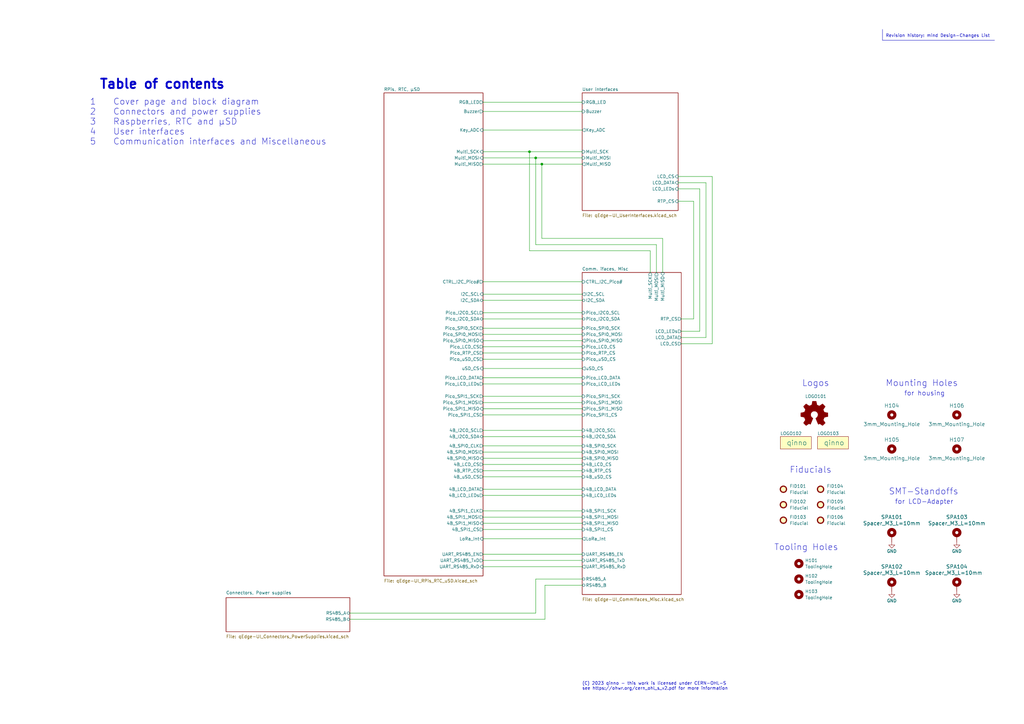
<source format=kicad_sch>
(kicad_sch (version 20211123) (generator eeschema)

  (uuid e63e39d7-6ac0-4ffd-8aa3-1841a4541b55)

  (paper "A3")

  (title_block
    (title "qEdge-UI")
    (date "06.02.2023")
    (rev "V1.0.0")
    (company "(C) 2023 qinno")
    (comment 1 "CYA")
    (comment 2 "17.02.2023")
    (comment 3 "MSC")
    (comment 4 "17.02.2023")
    (comment 5 "RWO")
    (comment 6 "-")
    (comment 7 "V1.0.0")
  )

  (lib_symbols
    (symbol "Graphic:Logo_Open_Hardware_Small" (pin_names (offset 1.016)) (in_bom yes) (on_board yes)
      (property "Reference" "#LOGO" (id 0) (at 0 6.985 0)
        (effects (font (size 1.27 1.27)) hide)
      )
      (property "Value" "Logo_Open_Hardware_Small" (id 1) (at 0 -5.715 0)
        (effects (font (size 1.27 1.27)) hide)
      )
      (property "Footprint" "" (id 2) (at 0 0 0)
        (effects (font (size 1.27 1.27)) hide)
      )
      (property "Datasheet" "~" (id 3) (at 0 0 0)
        (effects (font (size 1.27 1.27)) hide)
      )
      (property "ki_keywords" "Logo" (id 4) (at 0 0 0)
        (effects (font (size 1.27 1.27)) hide)
      )
      (property "ki_description" "Open Hardware logo, small" (id 5) (at 0 0 0)
        (effects (font (size 1.27 1.27)) hide)
      )
      (symbol "Logo_Open_Hardware_Small_0_1"
        (polyline
          (pts
            (xy 3.3528 -4.3434)
            (xy 3.302 -4.318)
            (xy 3.175 -4.2418)
            (xy 2.9972 -4.1148)
            (xy 2.7686 -3.9624)
            (xy 2.54 -3.81)
            (xy 2.3622 -3.7084)
            (xy 2.2352 -3.6068)
            (xy 2.1844 -3.5814)
            (xy 2.159 -3.6068)
            (xy 2.0574 -3.6576)
            (xy 1.905 -3.7338)
            (xy 1.8034 -3.7846)
            (xy 1.6764 -3.8354)
            (xy 1.6002 -3.8354)
            (xy 1.6002 -3.8354)
            (xy 1.5494 -3.7338)
            (xy 1.4732 -3.5306)
            (xy 1.3462 -3.302)
            (xy 1.2446 -3.0226)
            (xy 1.1176 -2.7178)
            (xy 0.9652 -2.413)
            (xy 0.8636 -2.1082)
            (xy 0.7366 -1.8288)
            (xy 0.6604 -1.6256)
            (xy 0.6096 -1.4732)
            (xy 0.5842 -1.397)
            (xy 0.5842 -1.397)
            (xy 0.6604 -1.3208)
            (xy 0.7874 -1.2446)
            (xy 1.0414 -1.016)
            (xy 1.2954 -0.6858)
            (xy 1.4478 -0.3302)
            (xy 1.524 0.0762)
            (xy 1.4732 0.4572)
            (xy 1.3208 0.8128)
            (xy 1.0668 1.143)
            (xy 0.762 1.3716)
            (xy 0.4064 1.524)
            (xy 0 1.5748)
            (xy -0.381 1.5494)
            (xy -0.7366 1.397)
            (xy -1.0668 1.143)
            (xy -1.2192 0.9906)
            (xy -1.397 0.6604)
            (xy -1.524 0.3048)
            (xy -1.524 0.2286)
            (xy -1.4986 -0.1778)
            (xy -1.397 -0.5334)
            (xy -1.1938 -0.8636)
            (xy -0.9144 -1.143)
            (xy -0.8636 -1.1684)
            (xy -0.7366 -1.27)
            (xy -0.635 -1.3462)
            (xy -0.5842 -1.397)
            (xy -1.0668 -2.5908)
            (xy -1.143 -2.794)
            (xy -1.2954 -3.1242)
            (xy -1.397 -3.4036)
            (xy -1.4986 -3.6322)
            (xy -1.5748 -3.7846)
            (xy -1.6002 -3.8354)
            (xy -1.6002 -3.8354)
            (xy -1.651 -3.8354)
            (xy -1.7272 -3.81)
            (xy -1.905 -3.7338)
            (xy -2.0066 -3.683)
            (xy -2.1336 -3.6068)
            (xy -2.2098 -3.5814)
            (xy -2.2606 -3.6068)
            (xy -2.3622 -3.683)
            (xy -2.54 -3.81)
            (xy -2.7686 -3.9624)
            (xy -2.9718 -4.0894)
            (xy -3.1496 -4.2164)
            (xy -3.302 -4.318)
            (xy -3.3528 -4.3434)
            (xy -3.3782 -4.3434)
            (xy -3.429 -4.318)
            (xy -3.5306 -4.2164)
            (xy -3.7084 -4.064)
            (xy -3.937 -3.8354)
            (xy -3.9624 -3.81)
            (xy -4.1656 -3.6068)
            (xy -4.318 -3.4544)
            (xy -4.4196 -3.3274)
            (xy -4.445 -3.2766)
            (xy -4.445 -3.2766)
            (xy -4.4196 -3.2258)
            (xy -4.318 -3.0734)
            (xy -4.2164 -2.8956)
            (xy -4.064 -2.667)
            (xy -3.6576 -2.0828)
            (xy -3.8862 -1.5494)
            (xy -3.937 -1.3716)
            (xy -4.0386 -1.1684)
            (xy -4.0894 -1.0414)
            (xy -4.1148 -0.9652)
            (xy -4.191 -0.9398)
            (xy -4.318 -0.9144)
            (xy -4.5466 -0.8636)
            (xy -4.8006 -0.8128)
            (xy -5.0546 -0.7874)
            (xy -5.2578 -0.7366)
            (xy -5.4356 -0.7112)
            (xy -5.5118 -0.6858)
            (xy -5.5118 -0.6858)
            (xy -5.5372 -0.635)
            (xy -5.5372 -0.5588)
            (xy -5.5372 -0.4318)
            (xy -5.5626 -0.2286)
            (xy -5.5626 0.0762)
            (xy -5.5626 0.127)
            (xy -5.5372 0.4064)
            (xy -5.5372 0.635)
            (xy -5.5372 0.762)
            (xy -5.5372 0.8382)
            (xy -5.5372 0.8382)
            (xy -5.461 0.8382)
            (xy -5.3086 0.889)
            (xy -5.08 0.9144)
            (xy -4.826 0.9652)
            (xy -4.8006 0.9906)
            (xy -4.5466 1.0414)
            (xy -4.318 1.0668)
            (xy -4.1656 1.1176)
            (xy -4.0894 1.143)
            (xy -4.0894 1.143)
            (xy -4.0386 1.2446)
            (xy -3.9624 1.4224)
            (xy -3.8608 1.6256)
            (xy -3.7846 1.8288)
            (xy -3.7084 2.0066)
            (xy -3.6576 2.159)
            (xy -3.6322 2.2098)
            (xy -3.6322 2.2098)
            (xy -3.683 2.286)
            (xy -3.7592 2.413)
            (xy -3.8862 2.5908)
            (xy -4.064 2.8194)
            (xy -4.064 2.8448)
            (xy -4.2164 3.0734)
            (xy -4.3434 3.2512)
            (xy -4.4196 3.3782)
            (xy -4.445 3.4544)
            (xy -4.445 3.4544)
            (xy -4.3942 3.5052)
            (xy -4.2926 3.6322)
            (xy -4.1148 3.81)
            (xy -3.937 4.0132)
            (xy -3.8608 4.064)
            (xy -3.6576 4.2926)
            (xy -3.5052 4.4196)
            (xy -3.4036 4.4958)
            (xy -3.3528 4.5212)
            (xy -3.3528 4.5212)
            (xy -3.302 4.4704)
            (xy -3.1496 4.3688)
            (xy -2.9718 4.2418)
            (xy -2.7432 4.0894)
            (xy -2.7178 4.0894)
            (xy -2.4892 3.937)
            (xy -2.3114 3.81)
            (xy -2.1844 3.7084)
            (xy -2.1336 3.683)
            (xy -2.1082 3.683)
            (xy -2.032 3.7084)
            (xy -1.8542 3.7592)
            (xy -1.6764 3.8354)
            (xy -1.4732 3.937)
            (xy -1.27 4.0132)
            (xy -1.143 4.064)
            (xy -1.0668 4.1148)
            (xy -1.0668 4.1148)
            (xy -1.0414 4.191)
            (xy -1.016 4.3434)
            (xy -0.9652 4.572)
            (xy -0.9144 4.8514)
            (xy -0.889 4.9022)
            (xy -0.8382 5.1562)
            (xy -0.8128 5.3848)
            (xy -0.7874 5.5372)
            (xy -0.762 5.588)
            (xy -0.7112 5.6134)
            (xy -0.5842 5.6134)
            (xy -0.4064 5.6134)
            (xy -0.1524 5.6134)
            (xy 0.0762 5.6134)
            (xy 0.3302 5.6134)
            (xy 0.5334 5.6134)
            (xy 0.6858 5.588)
            (xy 0.7366 5.588)
            (xy 0.7366 5.588)
            (xy 0.762 5.5118)
            (xy 0.8128 5.334)
            (xy 0.8382 5.1054)
            (xy 0.9144 4.826)
            (xy 0.9144 4.7752)
            (xy 0.9652 4.5212)
            (xy 1.016 4.2926)
            (xy 1.0414 4.1402)
            (xy 1.0668 4.0894)
            (xy 1.0668 4.0894)
            (xy 1.1938 4.0386)
            (xy 1.3716 3.9624)
            (xy 1.5748 3.8608)
            (xy 2.0828 3.6576)
            (xy 2.7178 4.0894)
            (xy 2.7686 4.1402)
            (xy 2.9972 4.2926)
            (xy 3.175 4.4196)
            (xy 3.302 4.4958)
            (xy 3.3782 4.5212)
            (xy 3.3782 4.5212)
            (xy 3.429 4.4704)
            (xy 3.556 4.3434)
            (xy 3.7338 4.191)
            (xy 3.9116 3.9878)
            (xy 4.064 3.8354)
            (xy 4.2418 3.6576)
            (xy 4.3434 3.556)
            (xy 4.4196 3.4798)
            (xy 4.4196 3.429)
            (xy 4.4196 3.4036)
            (xy 4.3942 3.3274)
            (xy 4.2926 3.2004)
            (xy 4.1656 2.9972)
            (xy 4.0132 2.794)
            (xy 3.8862 2.5908)
            (xy 3.7592 2.3876)
            (xy 3.6576 2.2352)
            (xy 3.6322 2.159)
            (xy 3.6322 2.1336)
            (xy 3.683 2.0066)
            (xy 3.7592 1.8288)
            (xy 3.8608 1.6002)
            (xy 4.064 1.1176)
            (xy 4.3942 1.0414)
            (xy 4.5974 1.016)
            (xy 4.8768 0.9652)
            (xy 5.1308 0.9144)
            (xy 5.5372 0.8382)
            (xy 5.5626 -0.6604)
            (xy 5.4864 -0.6858)
            (xy 5.4356 -0.6858)
            (xy 5.2832 -0.7366)
            (xy 5.0546 -0.762)
            (xy 4.8006 -0.8128)
            (xy 4.5974 -0.8636)
            (xy 4.3688 -0.9144)
            (xy 4.2164 -0.9398)
            (xy 4.1402 -0.9398)
            (xy 4.1148 -0.9652)
            (xy 4.064 -1.0668)
            (xy 3.9878 -1.2446)
            (xy 3.9116 -1.4478)
            (xy 3.81 -1.651)
            (xy 3.7338 -1.8542)
            (xy 3.683 -2.0066)
            (xy 3.6576 -2.0828)
            (xy 3.683 -2.1336)
            (xy 3.7846 -2.2606)
            (xy 3.8862 -2.4638)
            (xy 4.0386 -2.667)
            (xy 4.191 -2.8956)
            (xy 4.318 -3.0734)
            (xy 4.3942 -3.2004)
            (xy 4.445 -3.2766)
            (xy 4.4196 -3.3274)
            (xy 4.3434 -3.429)
            (xy 4.1656 -3.5814)
            (xy 3.937 -3.8354)
            (xy 3.8862 -3.8608)
            (xy 3.683 -4.064)
            (xy 3.5306 -4.2164)
            (xy 3.4036 -4.318)
            (xy 3.3528 -4.3434)
          )
          (stroke (width 0) (type default) (color 0 0 0 0))
          (fill (type outline))
        )
      )
    )
    (symbol "Mechanical:Fiducial" (in_bom yes) (on_board yes)
      (property "Reference" "FID" (id 0) (at 0 5.08 0)
        (effects (font (size 1.27 1.27)))
      )
      (property "Value" "Fiducial" (id 1) (at 0 3.175 0)
        (effects (font (size 1.27 1.27)))
      )
      (property "Footprint" "" (id 2) (at 0 0 0)
        (effects (font (size 1.27 1.27)) hide)
      )
      (property "Datasheet" "~" (id 3) (at 0 0 0)
        (effects (font (size 1.27 1.27)) hide)
      )
      (property "ki_keywords" "fiducial marker" (id 4) (at 0 0 0)
        (effects (font (size 1.27 1.27)) hide)
      )
      (property "ki_description" "Fiducial Marker" (id 5) (at 0 0 0)
        (effects (font (size 1.27 1.27)) hide)
      )
      (property "ki_fp_filters" "Fiducial*" (id 6) (at 0 0 0)
        (effects (font (size 1.27 1.27)) hide)
      )
      (symbol "Fiducial_0_1"
        (circle (center 0 0) (radius 1.27)
          (stroke (width 0.508) (type default) (color 0 0 0 0))
          (fill (type background))
        )
      )
    )
    (symbol "Mechanical:MountingHole" (pin_names (offset 1.016)) (in_bom yes) (on_board yes)
      (property "Reference" "H" (id 0) (at 0 5.08 0)
        (effects (font (size 1.27 1.27)))
      )
      (property "Value" "MountingHole" (id 1) (at 0 3.175 0)
        (effects (font (size 1.27 1.27)))
      )
      (property "Footprint" "" (id 2) (at 0 0 0)
        (effects (font (size 1.27 1.27)) hide)
      )
      (property "Datasheet" "~" (id 3) (at 0 0 0)
        (effects (font (size 1.27 1.27)) hide)
      )
      (property "ki_keywords" "mounting hole" (id 4) (at 0 0 0)
        (effects (font (size 1.27 1.27)) hide)
      )
      (property "ki_description" "Mounting Hole without connection" (id 5) (at 0 0 0)
        (effects (font (size 1.27 1.27)) hide)
      )
      (property "ki_fp_filters" "MountingHole*" (id 6) (at 0 0 0)
        (effects (font (size 1.27 1.27)) hide)
      )
      (symbol "MountingHole_0_1"
        (circle (center 0 0) (radius 1.27)
          (stroke (width 1.27) (type default) (color 0 0 0 0))
          (fill (type none))
        )
      )
    )
    (symbol "Mechanical:MountingHole_Pad" (pin_numbers hide) (pin_names (offset 1.016) hide) (in_bom yes) (on_board yes)
      (property "Reference" "H" (id 0) (at 0 6.35 0)
        (effects (font (size 1.27 1.27)))
      )
      (property "Value" "MountingHole_Pad" (id 1) (at 0 4.445 0)
        (effects (font (size 1.27 1.27)))
      )
      (property "Footprint" "" (id 2) (at 0 0 0)
        (effects (font (size 1.27 1.27)) hide)
      )
      (property "Datasheet" "~" (id 3) (at 0 0 0)
        (effects (font (size 1.27 1.27)) hide)
      )
      (property "ki_keywords" "mounting hole" (id 4) (at 0 0 0)
        (effects (font (size 1.27 1.27)) hide)
      )
      (property "ki_description" "Mounting Hole with connection" (id 5) (at 0 0 0)
        (effects (font (size 1.27 1.27)) hide)
      )
      (property "ki_fp_filters" "MountingHole*Pad*" (id 6) (at 0 0 0)
        (effects (font (size 1.27 1.27)) hide)
      )
      (symbol "MountingHole_Pad_0_1"
        (circle (center 0 1.27) (radius 1.27)
          (stroke (width 1.27) (type default) (color 0 0 0 0))
          (fill (type none))
        )
      )
      (symbol "MountingHole_Pad_1_1"
        (pin input line (at 0 -2.54 90) (length 2.54)
          (name "1" (effects (font (size 1.27 1.27))))
          (number "1" (effects (font (size 1.27 1.27))))
        )
      )
    )
    (symbol "power:GND" (power) (pin_names (offset 0)) (in_bom yes) (on_board yes)
      (property "Reference" "#PWR" (id 0) (at 0 -6.35 0)
        (effects (font (size 1.27 1.27)) hide)
      )
      (property "Value" "GND" (id 1) (at 0 -3.81 0)
        (effects (font (size 1.27 1.27)))
      )
      (property "Footprint" "" (id 2) (at 0 0 0)
        (effects (font (size 1.27 1.27)) hide)
      )
      (property "Datasheet" "" (id 3) (at 0 0 0)
        (effects (font (size 1.27 1.27)) hide)
      )
      (property "ki_keywords" "power-flag" (id 4) (at 0 0 0)
        (effects (font (size 1.27 1.27)) hide)
      )
      (property "ki_description" "Power symbol creates a global label with name \"GND\" , ground" (id 5) (at 0 0 0)
        (effects (font (size 1.27 1.27)) hide)
      )
      (symbol "GND_0_1"
        (polyline
          (pts
            (xy 0 0)
            (xy 0 -1.27)
            (xy 1.27 -1.27)
            (xy 0 -2.54)
            (xy -1.27 -1.27)
            (xy 0 -1.27)
          )
          (stroke (width 0) (type default) (color 0 0 0 0))
          (fill (type none))
        )
      )
      (symbol "GND_1_1"
        (pin power_in line (at 0 0 270) (length 0) hide
          (name "GND" (effects (font (size 1.27 1.27))))
          (number "1" (effects (font (size 1.27 1.27))))
        )
      )
    )
    (symbol "qEdge-UI:qinno" (pin_numbers hide) (pin_names (offset 0) hide) (in_bom no) (on_board yes)
      (property "Reference" "Logo" (id 0) (at -3.81 3.81 0)
        (effects (font (size 1.27 1.27)))
      )
      (property "Value" "qinno" (id 1) (at 0 0 0)
        (effects (font (size 2 2)))
      )
      (property "Footprint" "" (id 2) (at 0 0 0)
        (effects (font (size 1.27 1.27)) hide)
      )
      (property "Datasheet" "~" (id 3) (at 0 0 0)
        (effects (font (size 1.27 1.27)) hide)
      )
      (property "ki_description" "Logo" (id 4) (at 0 0 0)
        (effects (font (size 1.27 1.27)) hide)
      )
      (symbol "qinno_0_1"
        (rectangle (start -6.35 2.54) (end 6.35 -2.54)
          (stroke (width 0) (type default) (color 0 0 0 0))
          (fill (type background))
        )
      )
    )
    (symbol "qinno_1" (pin_numbers hide) (pin_names (offset 0) hide) (in_bom no) (on_board yes)
      (property "Reference" "Logo" (id 0) (at -3.81 3.81 0)
        (effects (font (size 1.27 1.27)))
      )
      (property "Value" "qinno_1" (id 1) (at 0 0 0)
        (effects (font (size 2 2)))
      )
      (property "Footprint" "" (id 2) (at 0 0 0)
        (effects (font (size 1.27 1.27)) hide)
      )
      (property "Datasheet" "~" (id 3) (at 0 0 0)
        (effects (font (size 1.27 1.27)) hide)
      )
      (property "ki_description" "Logo" (id 4) (at 0 0 0)
        (effects (font (size 1.27 1.27)) hide)
      )
      (symbol "qinno_1_0_1"
        (rectangle (start -6.35 2.54) (end 6.35 -2.54)
          (stroke (width 0) (type default) (color 0 0 0 0))
          (fill (type background))
        )
      )
    )
  )

  (junction (at 219.71 64.77) (diameter 0) (color 0 0 0 0)
    (uuid 02aead8b-876e-4d6c-bd5a-542e312a580d)
  )
  (junction (at 217.17 62.23) (diameter 0) (color 0 0 0 0)
    (uuid 2b1900b7-17ee-4bd2-8006-9ea158101804)
  )
  (junction (at 222.25 67.31) (diameter 0) (color 0 0 0 0)
    (uuid ad226b59-612b-4f4f-a79a-5dc2346119c5)
  )

  (wire (pts (xy 198.12 115.57) (xy 238.76 115.57))
    (stroke (width 0) (type default) (color 0 0 0 0))
    (uuid 004d86ff-388c-4cbd-acff-9d6e949392c4)
  )
  (wire (pts (xy 198.12 185.42) (xy 238.76 185.42))
    (stroke (width 0) (type default) (color 0 0 0 0))
    (uuid 021a4262-3a5d-4244-9959-ae2fa274d603)
  )
  (wire (pts (xy 198.12 179.07) (xy 238.76 179.07))
    (stroke (width 0) (type default) (color 0 0 0 0))
    (uuid 0460adf1-353f-46a6-b888-6ed3c64f3fce)
  )
  (wire (pts (xy 217.17 62.23) (xy 238.76 62.23))
    (stroke (width 0) (type default) (color 0 0 0 0))
    (uuid 0874bc0c-ee51-4de4-a724-fc1889d8781d)
  )
  (wire (pts (xy 219.71 100.33) (xy 219.71 64.77))
    (stroke (width 0) (type default) (color 0 0 0 0))
    (uuid 0cb192da-6266-4d43-b805-5dcbcda3a254)
  )
  (wire (pts (xy 198.12 227.33) (xy 238.76 227.33))
    (stroke (width 0) (type default) (color 0 0 0 0))
    (uuid 1e8de8cc-a3d0-4d8b-b7ce-3ae79d0bc8ac)
  )
  (wire (pts (xy 198.12 151.13) (xy 238.76 151.13))
    (stroke (width 0) (type default) (color 0 0 0 0))
    (uuid 1f96ea77-13da-44c7-91c6-f6455f5309fc)
  )
  (wire (pts (xy 198.12 147.32) (xy 238.76 147.32))
    (stroke (width 0) (type default) (color 0 0 0 0))
    (uuid 2a99fcd8-98e9-4a6f-8101-c48d0d2b725c)
  )
  (wire (pts (xy 287.02 77.47) (xy 287.02 135.89))
    (stroke (width 0) (type default) (color 0 0 0 0))
    (uuid 32988838-ba2e-489e-9a9d-c1cc2748575d)
  )
  (wire (pts (xy 284.48 130.81) (xy 284.48 82.55))
    (stroke (width 0) (type default) (color 0 0 0 0))
    (uuid 32ea4ab7-a26c-434d-b91e-babc08a23166)
  )
  (wire (pts (xy 143.51 251.46) (xy 219.71 251.46))
    (stroke (width 0) (type default) (color 0 0 0 0))
    (uuid 359231bf-e6df-4039-b0fa-499d69c739eb)
  )
  (wire (pts (xy 198.12 62.23) (xy 217.17 62.23))
    (stroke (width 0) (type default) (color 0 0 0 0))
    (uuid 36be9e22-e6ab-49b8-9136-1e83dbf8198c)
  )
  (wire (pts (xy 198.12 165.1) (xy 238.76 165.1))
    (stroke (width 0) (type default) (color 0 0 0 0))
    (uuid 37b043e2-75e8-4e6e-85b7-ae20d092c4ee)
  )
  (wire (pts (xy 198.12 212.09) (xy 238.76 212.09))
    (stroke (width 0) (type default) (color 0 0 0 0))
    (uuid 38a4170b-5780-42be-865d-14c344e9cdba)
  )
  (wire (pts (xy 198.12 167.64) (xy 238.76 167.64))
    (stroke (width 0) (type default) (color 0 0 0 0))
    (uuid 3da54ce3-d5df-476b-879e-70d80aa8e048)
  )
  (wire (pts (xy 198.12 200.66) (xy 238.76 200.66))
    (stroke (width 0) (type default) (color 0 0 0 0))
    (uuid 403f1b46-822d-49d1-ad22-aff9475cdd42)
  )
  (wire (pts (xy 279.4 130.81) (xy 284.48 130.81))
    (stroke (width 0) (type default) (color 0 0 0 0))
    (uuid 422b0399-66ec-40fe-8f14-b35f940bd909)
  )
  (wire (pts (xy 271.78 97.79) (xy 271.78 111.76))
    (stroke (width 0) (type default) (color 0 0 0 0))
    (uuid 44b78d65-a471-4f22-9c4e-d06ea9134d7d)
  )
  (wire (pts (xy 198.12 176.53) (xy 238.76 176.53))
    (stroke (width 0) (type default) (color 0 0 0 0))
    (uuid 4cbaf7c8-5424-4321-bcb8-5e9df4abc3e8)
  )
  (wire (pts (xy 198.12 123.19) (xy 238.76 123.19))
    (stroke (width 0) (type default) (color 0 0 0 0))
    (uuid 4d68b789-b7d1-456a-9bd7-980b5699be39)
  )
  (wire (pts (xy 266.7 102.87) (xy 266.7 111.76))
    (stroke (width 0) (type default) (color 0 0 0 0))
    (uuid 5563e2a5-cb9b-4a69-b173-85ef3c14a107)
  )
  (wire (pts (xy 219.71 64.77) (xy 238.76 64.77))
    (stroke (width 0) (type default) (color 0 0 0 0))
    (uuid 59b56def-5cc7-4d0c-9292-88d3e0f4e325)
  )
  (wire (pts (xy 198.12 45.72) (xy 238.76 45.72))
    (stroke (width 0) (type default) (color 0 0 0 0))
    (uuid 5a08eaa7-3a8c-4fbd-bf81-8a994da044e4)
  )
  (wire (pts (xy 198.12 130.81) (xy 238.76 130.81))
    (stroke (width 0) (type default) (color 0 0 0 0))
    (uuid 5db8d8e9-b32d-4eb3-bf91-f2350248d687)
  )
  (wire (pts (xy 198.12 41.91) (xy 238.76 41.91))
    (stroke (width 0) (type default) (color 0 0 0 0))
    (uuid 66464e96-f8fa-4992-93a5-dbbaafa46c17)
  )
  (wire (pts (xy 269.24 100.33) (xy 219.71 100.33))
    (stroke (width 0) (type default) (color 0 0 0 0))
    (uuid 6832f4d9-ba8d-4e04-82dd-fd206bb0f60e)
  )
  (wire (pts (xy 278.13 77.47) (xy 287.02 77.47))
    (stroke (width 0) (type default) (color 0 0 0 0))
    (uuid 68c34b12-b927-401e-926d-28d0be258935)
  )
  (wire (pts (xy 198.12 120.65) (xy 238.76 120.65))
    (stroke (width 0) (type default) (color 0 0 0 0))
    (uuid 6ff333dd-a094-471c-8ef7-be69f54413e3)
  )
  (polyline (pts (xy 361.95 12.065) (xy 361.95 16.51))
    (stroke (width 0) (type solid) (color 0 0 0 0))
    (uuid 701297dd-6146-47ae-b638-e1b76a41627b)
  )

  (wire (pts (xy 279.4 138.43) (xy 289.56 138.43))
    (stroke (width 0) (type default) (color 0 0 0 0))
    (uuid 7284286e-919f-4ca9-b5b7-54a19c858409)
  )
  (wire (pts (xy 198.12 232.41) (xy 238.76 232.41))
    (stroke (width 0) (type default) (color 0 0 0 0))
    (uuid 7437785f-e85b-487f-86af-85a0f290ebf9)
  )
  (wire (pts (xy 223.52 254) (xy 143.51 254))
    (stroke (width 0) (type default) (color 0 0 0 0))
    (uuid 79369ba0-1676-41f5-99a3-0a45701b5b3e)
  )
  (wire (pts (xy 292.1 140.97) (xy 279.4 140.97))
    (stroke (width 0) (type default) (color 0 0 0 0))
    (uuid 7c2bc88e-c8b3-4581-bc78-654556b80de9)
  )
  (wire (pts (xy 198.12 139.7) (xy 238.76 139.7))
    (stroke (width 0) (type default) (color 0 0 0 0))
    (uuid 7dd925de-ab08-47a4-bcd6-a3efd4a5187f)
  )
  (wire (pts (xy 198.12 142.24) (xy 238.76 142.24))
    (stroke (width 0) (type default) (color 0 0 0 0))
    (uuid 806f4a15-c843-42f9-8d65-80798fa19537)
  )
  (wire (pts (xy 198.12 157.48) (xy 238.76 157.48))
    (stroke (width 0) (type default) (color 0 0 0 0))
    (uuid 807e4bd0-742b-4169-af89-896e68dbd2de)
  )
  (wire (pts (xy 198.12 209.55) (xy 238.76 209.55))
    (stroke (width 0) (type default) (color 0 0 0 0))
    (uuid 81dcce0f-5423-44d7-86ec-e97623c95dc0)
  )
  (wire (pts (xy 198.12 154.94) (xy 238.76 154.94))
    (stroke (width 0) (type default) (color 0 0 0 0))
    (uuid 842657d8-2925-4144-931c-e84db89cc47e)
  )
  (wire (pts (xy 289.56 74.93) (xy 278.13 74.93))
    (stroke (width 0) (type default) (color 0 0 0 0))
    (uuid 857ab9ee-b166-44aa-ba41-30e40bd718fa)
  )
  (wire (pts (xy 198.12 170.18) (xy 238.76 170.18))
    (stroke (width 0) (type default) (color 0 0 0 0))
    (uuid 86c5b6e6-6089-4822-91c9-07d88193723e)
  )
  (wire (pts (xy 292.1 72.39) (xy 292.1 140.97))
    (stroke (width 0) (type default) (color 0 0 0 0))
    (uuid 8756975c-dfd6-4147-84a1-11f16a43a7fd)
  )
  (wire (pts (xy 222.25 97.79) (xy 222.25 67.31))
    (stroke (width 0) (type default) (color 0 0 0 0))
    (uuid 8cf89b55-f037-4ada-9384-879a51392fc8)
  )
  (wire (pts (xy 198.12 214.63) (xy 238.76 214.63))
    (stroke (width 0) (type default) (color 0 0 0 0))
    (uuid 8e56acfc-26b5-4ba7-8d72-39a138f0da56)
  )
  (wire (pts (xy 198.12 229.87) (xy 238.76 229.87))
    (stroke (width 0) (type default) (color 0 0 0 0))
    (uuid 91274072-df7b-4a15-ac33-695aa31f4b36)
  )
  (wire (pts (xy 284.48 82.55) (xy 278.13 82.55))
    (stroke (width 0) (type default) (color 0 0 0 0))
    (uuid 9554512e-a6e3-449c-b93a-0019e496101c)
  )
  (wire (pts (xy 198.12 220.98) (xy 238.76 220.98))
    (stroke (width 0) (type default) (color 0 0 0 0))
    (uuid 971cde85-f9fc-4d28-b5e9-7bf27bf48496)
  )
  (wire (pts (xy 219.71 237.49) (xy 238.76 237.49))
    (stroke (width 0) (type default) (color 0 0 0 0))
    (uuid 9778fd26-b353-4f6c-80ac-d265d6c3bf60)
  )
  (wire (pts (xy 217.17 102.87) (xy 217.17 62.23))
    (stroke (width 0) (type default) (color 0 0 0 0))
    (uuid 98b36123-4d8a-4429-b774-7a0272a7e54a)
  )
  (wire (pts (xy 198.12 134.62) (xy 238.76 134.62))
    (stroke (width 0) (type default) (color 0 0 0 0))
    (uuid a12f2db1-b354-4b56-9461-035d500b2cc0)
  )
  (wire (pts (xy 219.71 251.46) (xy 219.71 237.49))
    (stroke (width 0) (type default) (color 0 0 0 0))
    (uuid a379736a-a536-46fc-bb77-34dc424ea6bc)
  )
  (wire (pts (xy 238.76 240.03) (xy 223.52 240.03))
    (stroke (width 0) (type default) (color 0 0 0 0))
    (uuid a94bd6bb-732f-4789-8a7d-bcff94daa313)
  )
  (wire (pts (xy 198.12 53.34) (xy 238.76 53.34))
    (stroke (width 0) (type default) (color 0 0 0 0))
    (uuid aecc7ba2-32d9-4cad-a6f1-232968836d96)
  )
  (polyline (pts (xy 407.924 16.51) (xy 361.95 16.51))
    (stroke (width 0) (type solid) (color 0 0 0 0))
    (uuid b0832c13-4191-4709-be8c-9d4cf865d6e3)
  )

  (wire (pts (xy 198.12 144.78) (xy 238.76 144.78))
    (stroke (width 0) (type default) (color 0 0 0 0))
    (uuid ccb4883c-b5e7-4a0d-9ea3-5f8eef03b888)
  )
  (wire (pts (xy 198.12 190.5) (xy 238.76 190.5))
    (stroke (width 0) (type default) (color 0 0 0 0))
    (uuid ce6a5a99-fc02-4211-84a4-1c5105ef2341)
  )
  (wire (pts (xy 223.52 240.03) (xy 223.52 254))
    (stroke (width 0) (type default) (color 0 0 0 0))
    (uuid d3d3f85f-7130-4f49-a249-1dd996b01848)
  )
  (wire (pts (xy 278.13 72.39) (xy 292.1 72.39))
    (stroke (width 0) (type default) (color 0 0 0 0))
    (uuid d3df9cf0-56db-46ec-aa2c-e2c6a884caa8)
  )
  (wire (pts (xy 289.56 138.43) (xy 289.56 74.93))
    (stroke (width 0) (type default) (color 0 0 0 0))
    (uuid d5643651-e920-43dc-a400-fc6b617da776)
  )
  (wire (pts (xy 198.12 64.77) (xy 219.71 64.77))
    (stroke (width 0) (type default) (color 0 0 0 0))
    (uuid d905ccdf-2896-4558-ad8e-76cbc4e9bdd0)
  )
  (wire (pts (xy 198.12 203.2) (xy 238.76 203.2))
    (stroke (width 0) (type default) (color 0 0 0 0))
    (uuid e01e30bd-73aa-451b-9d34-57e69cccbff4)
  )
  (wire (pts (xy 198.12 182.88) (xy 238.76 182.88))
    (stroke (width 0) (type default) (color 0 0 0 0))
    (uuid e0c7b38c-f005-4ec6-aded-7d95ff9347b6)
  )
  (wire (pts (xy 269.24 111.76) (xy 269.24 100.33))
    (stroke (width 0) (type default) (color 0 0 0 0))
    (uuid e5cd356e-12b2-4c35-a0a9-a86acd1a0737)
  )
  (wire (pts (xy 198.12 217.17) (xy 238.76 217.17))
    (stroke (width 0) (type default) (color 0 0 0 0))
    (uuid e64bde30-ebd1-423d-9ab5-3b704b17bc12)
  )
  (wire (pts (xy 198.12 195.58) (xy 238.76 195.58))
    (stroke (width 0) (type default) (color 0 0 0 0))
    (uuid e83b5539-eb7c-47fd-b03b-a38d3420a9c0)
  )
  (wire (pts (xy 198.12 193.04) (xy 238.76 193.04))
    (stroke (width 0) (type default) (color 0 0 0 0))
    (uuid ebb1e545-98d2-4971-991a-23f78fac6176)
  )
  (wire (pts (xy 222.25 67.31) (xy 238.76 67.31))
    (stroke (width 0) (type default) (color 0 0 0 0))
    (uuid edd4ebbb-3fed-45d9-98a0-dad956c73fd4)
  )
  (wire (pts (xy 279.4 135.89) (xy 287.02 135.89))
    (stroke (width 0) (type default) (color 0 0 0 0))
    (uuid edf77a08-6661-4385-94ab-90de962aa82c)
  )
  (wire (pts (xy 198.12 162.56) (xy 238.76 162.56))
    (stroke (width 0) (type default) (color 0 0 0 0))
    (uuid eee1d7db-b3a3-441a-9270-a67648213933)
  )
  (wire (pts (xy 198.12 67.31) (xy 222.25 67.31))
    (stroke (width 0) (type default) (color 0 0 0 0))
    (uuid f0ccf69d-8822-4d78-8f13-f2e435d30f0e)
  )
  (wire (pts (xy 198.12 137.16) (xy 238.76 137.16))
    (stroke (width 0) (type default) (color 0 0 0 0))
    (uuid f23d0c53-9a65-4cf0-b23e-91e5e3afb3f4)
  )
  (wire (pts (xy 271.78 97.79) (xy 222.25 97.79))
    (stroke (width 0) (type default) (color 0 0 0 0))
    (uuid f4eecc72-89ba-4ac5-8e01-b9a75b95b2f4)
  )
  (wire (pts (xy 198.12 187.96) (xy 238.76 187.96))
    (stroke (width 0) (type default) (color 0 0 0 0))
    (uuid f52ffab7-0652-46b1-a465-435816af96c5)
  )
  (wire (pts (xy 217.17 102.87) (xy 266.7 102.87))
    (stroke (width 0) (type default) (color 0 0 0 0))
    (uuid f89495e6-3b40-4a73-85a2-e6817f10c004)
  )
  (wire (pts (xy 198.12 128.27) (xy 238.76 128.27))
    (stroke (width 0) (type default) (color 0 0 0 0))
    (uuid fbbcea6c-daa4-4909-a1a5-2594161f78eb)
  )

  (text "Logos" (at 328.93 158.75 0)
    (effects (font (size 2.54 2.54)) (justify left bottom))
    (uuid 2d87fda9-b766-4b9a-9472-7abc69d9d09d)
  )
  (text "Mounting Holes" (at 363.22 158.75 0)
    (effects (font (size 2.54 2.54)) (justify left bottom))
    (uuid 654323f8-e8e3-4292-82d8-430b9e4a1fc6)
  )
  (text "SMT-Standoffs" (at 364.49 203.2 0)
    (effects (font (size 2.54 2.54)) (justify left bottom))
    (uuid 6e1a10a5-f71e-4b62-8d7f-8d14803d4b1b)
  )
  (text "Tooling Holes" (at 317.5 226.06 0)
    (effects (font (size 2.54 2.54)) (justify left bottom))
    (uuid 6f549c1f-ce9e-4c50-9175-b2b579dcb49f)
  )
  (text "Revision history: mind Design-Changes List" (at 363.22 15.494 0)
    (effects (font (size 1.27 1.27)) (justify left bottom))
    (uuid 9cb3958a-2622-4971-9780-1d7109784302)
  )
  (text "(C) 2023 qinno - this work is licensed under CERN-OHL-S\nsee https://ohwr.org/cern_ohl_s_v2.pdf for more information"
    (at 238.76 283.21 0)
    (effects (font (size 1.27 1.27)) (justify left bottom))
    (uuid ac4ef832-673c-4c39-8fe7-ebea755c0e7b)
  )
  (text "for LCD-Adapter" (at 367.03 207.01 0)
    (effects (font (size 1.905 1.905)) (justify left bottom))
    (uuid b412f3cc-d747-49e4-af3e-b05be88e1086)
  )
  (text "Table of contents" (at 40.64 36.83 0)
    (effects (font (size 3.81 3.81) (thickness 0.762) bold) (justify left bottom))
    (uuid bb9d58e8-e8c8-4b4a-8552-12e7d5fbdc9d)
  )
  (text "for housing" (at 370.84 162.56 0)
    (effects (font (size 1.905 1.905)) (justify left bottom))
    (uuid c4af98a4-55ee-4286-9977-7e1daa6e6e48)
  )
  (text "1	Cover page and block diagram\n2	Connectors and power supplies\n3	Raspberries, RTC and µSD\n4	User interfaces\n5	Communication interfaces and Miscellaneous"
    (at 36.83 59.69 0)
    (effects (font (size 2.54 2.54)) (justify left bottom))
    (uuid d19bd30b-3e6d-40ae-86bd-961d4ead48f1)
  )
  (text "Fiducials" (at 323.85 194.31 0)
    (effects (font (size 2.54 2.54)) (justify left bottom))
    (uuid e2e77176-742b-4ccf-9945-d93a1d154b61)
  )

  (symbol (lib_id "Mechanical:MountingHole") (at 365.76 170.18 0) (unit 1)
    (in_bom no) (on_board yes)
    (uuid 00000000-0000-0000-0000-00005834bc4a)
    (property "Reference" "H104" (id 0) (at 365.76 166.37 0)
      (effects (font (size 1.524 1.524)))
    )
    (property "Value" "3mm_Mounting_Hole" (id 1) (at 365.76 173.99 0)
      (effects (font (size 1.524 1.524)))
    )
    (property "Footprint" "qEdge-UI:NPTH_3mm_ID" (id 2) (at 363.22 170.18 0)
      (effects (font (size 1.524 1.524)) hide)
    )
    (property "Datasheet" "~" (id 3) (at 363.22 170.18 0)
      (effects (font (size 1.524 1.524)) hide)
    )
  )

  (symbol (lib_id "Mechanical:MountingHole") (at 392.43 170.18 0) (unit 1)
    (in_bom no) (on_board yes)
    (uuid 00000000-0000-0000-0000-00005834bcdf)
    (property "Reference" "H106" (id 0) (at 392.43 166.37 0)
      (effects (font (size 1.524 1.524)))
    )
    (property "Value" "3mm_Mounting_Hole" (id 1) (at 392.43 173.99 0)
      (effects (font (size 1.524 1.524)))
    )
    (property "Footprint" "qEdge-UI:NPTH_3mm_ID" (id 2) (at 389.89 170.18 0)
      (effects (font (size 1.524 1.524)) hide)
    )
    (property "Datasheet" "~" (id 3) (at 389.89 170.18 0)
      (effects (font (size 1.524 1.524)) hide)
    )
  )

  (symbol (lib_id "Mechanical:MountingHole") (at 365.76 184.15 0) (unit 1)
    (in_bom no) (on_board yes)
    (uuid 00000000-0000-0000-0000-00005834bd62)
    (property "Reference" "H105" (id 0) (at 365.76 180.34 0)
      (effects (font (size 1.524 1.524)))
    )
    (property "Value" "3mm_Mounting_Hole" (id 1) (at 365.76 187.96 0)
      (effects (font (size 1.524 1.524)))
    )
    (property "Footprint" "qEdge-UI:NPTH_3mm_ID" (id 2) (at 363.22 184.15 0)
      (effects (font (size 1.524 1.524)) hide)
    )
    (property "Datasheet" "~" (id 3) (at 363.22 184.15 0)
      (effects (font (size 1.524 1.524)) hide)
    )
  )

  (symbol (lib_id "Mechanical:MountingHole") (at 392.43 184.15 0) (unit 1)
    (in_bom no) (on_board yes)
    (uuid 00000000-0000-0000-0000-00005834bded)
    (property "Reference" "H107" (id 0) (at 392.43 180.34 0)
      (effects (font (size 1.524 1.524)))
    )
    (property "Value" "3mm_Mounting_Hole" (id 1) (at 392.43 187.96 0)
      (effects (font (size 1.524 1.524)))
    )
    (property "Footprint" "qEdge-UI:NPTH_3mm_ID" (id 2) (at 389.89 184.15 0)
      (effects (font (size 1.524 1.524)) hide)
    )
    (property "Datasheet" "~" (id 3) (at 389.89 184.15 0)
      (effects (font (size 1.524 1.524)) hide)
    )
  )

  (symbol (lib_id "Mechanical:Fiducial") (at 336.55 200.66 0) (unit 1)
    (in_bom no) (on_board yes) (fields_autoplaced)
    (uuid 0b646e4b-2f72-4111-bc49-03a734431307)
    (property "Reference" "FID104" (id 0) (at 339.09 199.3899 0)
      (effects (font (size 1.27 1.27)) (justify left))
    )
    (property "Value" "Fiducial" (id 1) (at 339.09 201.9299 0)
      (effects (font (size 1.27 1.27)) (justify left))
    )
    (property "Footprint" "Fiducial:Fiducial_1mm_Mask3mm" (id 2) (at 336.55 200.66 0)
      (effects (font (size 1.27 1.27)) hide)
    )
    (property "Datasheet" "~" (id 3) (at 336.55 200.66 0)
      (effects (font (size 1.27 1.27)) hide)
    )
  )

  (symbol (lib_id "Mechanical:MountingHole_Pad") (at 365.76 240.03 0) (unit 1)
    (in_bom yes) (on_board yes)
    (uuid 13fe96d8-542a-4d5d-bd07-ab0563a737dc)
    (property "Reference" "SPA102" (id 0) (at 365.76 232.41 0)
      (effects (font (size 1.524 1.524)))
    )
    (property "Value" "Spacer_M3_L=10mm" (id 1) (at 365.76 234.95 0)
      (effects (font (size 1.524 1.524)))
    )
    (property "Footprint" "Mounting_Wuerth:Mounting_Wuerth_WA-SMSI-M3_H10mm_9774100360" (id 2) (at 365.76 240.03 0)
      (effects (font (size 1.27 1.27)) hide)
    )
    (property "Datasheet" "~" (id 3) (at 365.76 240.03 0)
      (effects (font (size 1.27 1.27)) hide)
    )
    (property "Manufacturer_Name" "Wuerth" (id 4) (at 365.76 240.03 0)
      (effects (font (size 1.27 1.27)) hide)
    )
    (property "Manufacturer_Part_Number" "9774100360" (id 5) (at 365.76 240.03 0)
      (effects (font (size 1.27 1.27)) hide)
    )
    (pin "1" (uuid 6069fca5-51f0-4f54-b6ee-7bcbdd337115))
  )

  (symbol (lib_id "qEdge-UI:qinno") (at 341.63 181.61 0) (unit 1)
    (in_bom no) (on_board yes)
    (uuid 1d3c3f34-b48f-4b58-90cc-15f82693930e)
    (property "Reference" "LOGO103" (id 0) (at 335.28 177.8 0)
      (effects (font (size 1.27 1.27)) (justify left))
    )
    (property "Value" "qinno" (id 1) (at 337.82 181.61 0)
      (effects (font (size 2 2)) (justify left))
    )
    (property "Footprint" "qEdge-UI:Logo-qinno-2" (id 2) (at 341.63 181.61 0)
      (effects (font (size 1.27 1.27)) hide)
    )
    (property "Datasheet" "~" (id 3) (at 341.63 181.61 0)
      (effects (font (size 1.27 1.27)) hide)
    )
  )

  (symbol (lib_id "Mechanical:MountingHole_Pad") (at 365.76 219.71 0) (unit 1)
    (in_bom yes) (on_board yes)
    (uuid 2941814c-06bd-4877-989a-6d36fe7ef69b)
    (property "Reference" "SPA101" (id 0) (at 365.76 212.09 0)
      (effects (font (size 1.524 1.524)))
    )
    (property "Value" "Spacer_M3_L=10mm" (id 1) (at 365.76 214.63 0)
      (effects (font (size 1.524 1.524)))
    )
    (property "Footprint" "Mounting_Wuerth:Mounting_Wuerth_WA-SMSI-M3_H10mm_9774100360" (id 2) (at 365.76 219.71 0)
      (effects (font (size 1.27 1.27)) hide)
    )
    (property "Datasheet" "~" (id 3) (at 365.76 219.71 0)
      (effects (font (size 1.27 1.27)) hide)
    )
    (property "Manufacturer_Name" "Wuerth" (id 4) (at 365.76 219.71 0)
      (effects (font (size 1.27 1.27)) hide)
    )
    (property "Manufacturer_Part_Number" "9774100360" (id 5) (at 365.76 219.71 0)
      (effects (font (size 1.27 1.27)) hide)
    )
    (pin "1" (uuid 0c8c1184-ae45-4021-9567-bd2f00f4e94c))
  )

  (symbol (lib_name "qinno_1") (lib_id "qEdge-UI:qinno") (at 326.39 181.61 0) (unit 1)
    (in_bom no) (on_board yes)
    (uuid 2ee89e3d-5861-4345-b1a4-f63f60423f8c)
    (property "Reference" "LOGO102" (id 0) (at 320.04 177.8 0)
      (effects (font (size 1.27 1.27)) (justify left))
    )
    (property "Value" "qinno" (id 1) (at 322.58 181.61 0)
      (effects (font (size 2 2)) (justify left))
    )
    (property "Footprint" "qEdge-UI:Logo-qinno-2" (id 2) (at 326.39 181.61 0)
      (effects (font (size 1.27 1.27)) hide)
    )
    (property "Datasheet" "~" (id 3) (at 326.39 181.61 0)
      (effects (font (size 1.27 1.27)) hide)
    )
  )

  (symbol (lib_id "Mechanical:MountingHole_Pad") (at 392.43 240.03 0) (unit 1)
    (in_bom yes) (on_board yes)
    (uuid 31f4da9f-f8ff-4c3f-8d1c-a7b7e532d7ad)
    (property "Reference" "SPA104" (id 0) (at 392.43 232.41 0)
      (effects (font (size 1.524 1.524)))
    )
    (property "Value" "Spacer_M3_L=10mm" (id 1) (at 391.16 234.95 0)
      (effects (font (size 1.524 1.524)))
    )
    (property "Footprint" "Mounting_Wuerth:Mounting_Wuerth_WA-SMSI-M3_H10mm_9774100360" (id 2) (at 392.43 240.03 0)
      (effects (font (size 1.27 1.27)) hide)
    )
    (property "Datasheet" "~" (id 3) (at 392.43 240.03 0)
      (effects (font (size 1.27 1.27)) hide)
    )
    (property "Manufacturer_Name" "Wuerth" (id 4) (at 392.43 240.03 0)
      (effects (font (size 1.27 1.27)) hide)
    )
    (property "Manufacturer_Part_Number" "9774100360" (id 5) (at 392.43 240.03 0)
      (effects (font (size 1.27 1.27)) hide)
    )
    (pin "1" (uuid 05e3872a-254c-440d-890a-4d9e4a142fec))
  )

  (symbol (lib_id "Mechanical:MountingHole") (at 327.66 231.14 0) (unit 1)
    (in_bom no) (on_board yes) (fields_autoplaced)
    (uuid 5e6e248f-e898-4f59-bce9-ff99caee5d49)
    (property "Reference" "H101" (id 0) (at 330.2 229.8699 0)
      (effects (font (size 1.27 1.27)) (justify left))
    )
    (property "Value" "ToolingHole" (id 1) (at 330.2 232.4099 0)
      (effects (font (size 1.27 1.27)) (justify left))
    )
    (property "Footprint" "qEdge-UI:JLCSMT_ToolingHole" (id 2) (at 327.66 231.14 0)
      (effects (font (size 1.27 1.27)) hide)
    )
    (property "Datasheet" "~" (id 3) (at 327.66 231.14 0)
      (effects (font (size 1.27 1.27)) hide)
    )
  )

  (symbol (lib_id "power:GND") (at 392.43 222.25 0) (unit 1)
    (in_bom yes) (on_board yes)
    (uuid 909f609e-f376-4129-9ca7-9bdb1c9d65de)
    (property "Reference" "#PWR0106" (id 0) (at 392.43 228.6 0)
      (effects (font (size 1.27 1.27)) hide)
    )
    (property "Value" "GND" (id 1) (at 392.43 226.06 0))
    (property "Footprint" "" (id 2) (at 392.43 222.25 0)
      (effects (font (size 1.27 1.27)) hide)
    )
    (property "Datasheet" "" (id 3) (at 392.43 222.25 0)
      (effects (font (size 1.27 1.27)) hide)
    )
    (pin "1" (uuid 4e147cf4-7238-4e24-b516-111e0d43edc4))
  )

  (symbol (lib_id "Mechanical:Fiducial") (at 321.31 200.66 0) (unit 1)
    (in_bom no) (on_board yes) (fields_autoplaced)
    (uuid 97191019-22a4-4eef-ab52-0d1aab418632)
    (property "Reference" "FID101" (id 0) (at 323.85 199.3899 0)
      (effects (font (size 1.27 1.27)) (justify left))
    )
    (property "Value" "Fiducial" (id 1) (at 323.85 201.9299 0)
      (effects (font (size 1.27 1.27)) (justify left))
    )
    (property "Footprint" "Fiducial:Fiducial_1mm_Mask3mm" (id 2) (at 321.31 200.66 0)
      (effects (font (size 1.27 1.27)) hide)
    )
    (property "Datasheet" "~" (id 3) (at 321.31 200.66 0)
      (effects (font (size 1.27 1.27)) hide)
    )
  )

  (symbol (lib_id "Mechanical:Fiducial") (at 336.55 213.36 0) (unit 1)
    (in_bom no) (on_board yes) (fields_autoplaced)
    (uuid ad733bd3-003a-4df9-b1b0-bf3cb681f9dc)
    (property "Reference" "FID106" (id 0) (at 339.09 212.0899 0)
      (effects (font (size 1.27 1.27)) (justify left))
    )
    (property "Value" "Fiducial" (id 1) (at 339.09 214.6299 0)
      (effects (font (size 1.27 1.27)) (justify left))
    )
    (property "Footprint" "Fiducial:Fiducial_1mm_Mask3mm" (id 2) (at 336.55 213.36 0)
      (effects (font (size 1.27 1.27)) hide)
    )
    (property "Datasheet" "~" (id 3) (at 336.55 213.36 0)
      (effects (font (size 1.27 1.27)) hide)
    )
  )

  (symbol (lib_id "Mechanical:Fiducial") (at 321.31 213.36 0) (unit 1)
    (in_bom no) (on_board yes) (fields_autoplaced)
    (uuid b1a835e2-4afc-4062-9c49-477022bd4719)
    (property "Reference" "FID103" (id 0) (at 323.85 212.0899 0)
      (effects (font (size 1.27 1.27)) (justify left))
    )
    (property "Value" "Fiducial" (id 1) (at 323.85 214.6299 0)
      (effects (font (size 1.27 1.27)) (justify left))
    )
    (property "Footprint" "Fiducial:Fiducial_1mm_Mask3mm" (id 2) (at 321.31 213.36 0)
      (effects (font (size 1.27 1.27)) hide)
    )
    (property "Datasheet" "~" (id 3) (at 321.31 213.36 0)
      (effects (font (size 1.27 1.27)) hide)
    )
  )

  (symbol (lib_id "Mechanical:Fiducial") (at 321.31 207.01 0) (unit 1)
    (in_bom no) (on_board yes) (fields_autoplaced)
    (uuid bba0f24d-0b00-46f6-919f-0e0b0a9f37e1)
    (property "Reference" "FID102" (id 0) (at 323.85 205.7399 0)
      (effects (font (size 1.27 1.27)) (justify left))
    )
    (property "Value" "Fiducial" (id 1) (at 323.85 208.2799 0)
      (effects (font (size 1.27 1.27)) (justify left))
    )
    (property "Footprint" "Fiducial:Fiducial_1mm_Mask3mm" (id 2) (at 321.31 207.01 0)
      (effects (font (size 1.27 1.27)) hide)
    )
    (property "Datasheet" "~" (id 3) (at 321.31 207.01 0)
      (effects (font (size 1.27 1.27)) hide)
    )
  )

  (symbol (lib_id "Graphic:Logo_Open_Hardware_Small") (at 334.01 170.18 0) (unit 1)
    (in_bom no) (on_board yes)
    (uuid c99865c9-3f42-44fe-a405-ad0db6389ce9)
    (property "Reference" "LOGO101" (id 0) (at 330.2 162.56 0)
      (effects (font (size 1.27 1.27)) (justify left))
    )
    (property "Value" "Logo_Open_Hardware_Small" (id 1) (at 334.01 175.895 0)
      (effects (font (size 1.27 1.27)) hide)
    )
    (property "Footprint" "Symbol:OSHW-Logo2_9.8x8mm_Copper" (id 2) (at 334.01 170.18 0)
      (effects (font (size 1.27 1.27)) hide)
    )
    (property "Datasheet" "~" (id 3) (at 334.01 170.18 0)
      (effects (font (size 1.27 1.27)) hide)
    )
  )

  (symbol (lib_id "power:GND") (at 392.43 242.57 0) (unit 1)
    (in_bom yes) (on_board yes)
    (uuid c9e159c3-a374-4e6b-8e9d-7a6a6276e43b)
    (property "Reference" "#PWR0107" (id 0) (at 392.43 248.92 0)
      (effects (font (size 1.27 1.27)) hide)
    )
    (property "Value" "GND" (id 1) (at 392.43 246.38 0))
    (property "Footprint" "" (id 2) (at 392.43 242.57 0)
      (effects (font (size 1.27 1.27)) hide)
    )
    (property "Datasheet" "" (id 3) (at 392.43 242.57 0)
      (effects (font (size 1.27 1.27)) hide)
    )
    (pin "1" (uuid 09b2e268-fc56-48b0-857d-6572098857cb))
  )

  (symbol (lib_id "Mechanical:MountingHole") (at 327.66 243.84 0) (unit 1)
    (in_bom no) (on_board yes) (fields_autoplaced)
    (uuid cb449e0a-ab7e-4730-9372-6dd41567ba55)
    (property "Reference" "H103" (id 0) (at 330.2 242.5699 0)
      (effects (font (size 1.27 1.27)) (justify left))
    )
    (property "Value" "ToolingHole" (id 1) (at 330.2 245.1099 0)
      (effects (font (size 1.27 1.27)) (justify left))
    )
    (property "Footprint" "qEdge-UI:JLCSMT_ToolingHole" (id 2) (at 327.66 243.84 0)
      (effects (font (size 1.27 1.27)) hide)
    )
    (property "Datasheet" "~" (id 3) (at 327.66 243.84 0)
      (effects (font (size 1.27 1.27)) hide)
    )
  )

  (symbol (lib_id "power:GND") (at 365.76 222.25 0) (unit 1)
    (in_bom yes) (on_board yes)
    (uuid d6393fa3-cb2c-447b-8836-3148a52d6d15)
    (property "Reference" "#PWR0108" (id 0) (at 365.76 228.6 0)
      (effects (font (size 1.27 1.27)) hide)
    )
    (property "Value" "GND" (id 1) (at 365.76 226.06 0))
    (property "Footprint" "" (id 2) (at 365.76 222.25 0)
      (effects (font (size 1.27 1.27)) hide)
    )
    (property "Datasheet" "" (id 3) (at 365.76 222.25 0)
      (effects (font (size 1.27 1.27)) hide)
    )
    (pin "1" (uuid fe04de15-da24-4bcb-ad74-05968a707a0c))
  )

  (symbol (lib_id "power:GND") (at 365.76 242.57 0) (unit 1)
    (in_bom yes) (on_board yes)
    (uuid db29b96b-16b8-4b5c-8aca-a533ed6b8ff6)
    (property "Reference" "#PWR0109" (id 0) (at 365.76 248.92 0)
      (effects (font (size 1.27 1.27)) hide)
    )
    (property "Value" "GND" (id 1) (at 365.76 246.38 0))
    (property "Footprint" "" (id 2) (at 365.76 242.57 0)
      (effects (font (size 1.27 1.27)) hide)
    )
    (property "Datasheet" "" (id 3) (at 365.76 242.57 0)
      (effects (font (size 1.27 1.27)) hide)
    )
    (pin "1" (uuid a8ae9a2e-b0c9-4e50-a443-7dd1148cd928))
  )

  (symbol (lib_id "Mechanical:MountingHole_Pad") (at 392.43 219.71 0) (unit 1)
    (in_bom yes) (on_board yes)
    (uuid e46634b4-73b5-4a7a-ad82-947be511602d)
    (property "Reference" "SPA103" (id 0) (at 392.43 212.09 0)
      (effects (font (size 1.524 1.524)))
    )
    (property "Value" "Spacer_M3_L=10mm" (id 1) (at 392.43 214.63 0)
      (effects (font (size 1.524 1.524)))
    )
    (property "Footprint" "Mounting_Wuerth:Mounting_Wuerth_WA-SMSI-M3_H10mm_9774100360" (id 2) (at 392.43 219.71 0)
      (effects (font (size 1.27 1.27)) hide)
    )
    (property "Datasheet" "~" (id 3) (at 392.43 219.71 0)
      (effects (font (size 1.27 1.27)) hide)
    )
    (property "Manufacturer_Name" "Wuerth" (id 4) (at 392.43 219.71 0)
      (effects (font (size 1.27 1.27)) hide)
    )
    (property "Manufacturer_Part_Number" "9774100360" (id 5) (at 392.43 219.71 0)
      (effects (font (size 1.27 1.27)) hide)
    )
    (pin "1" (uuid d2e104be-b1cd-446f-b34d-f9f4ff36090e))
  )

  (symbol (lib_id "Mechanical:Fiducial") (at 336.55 207.01 0) (unit 1)
    (in_bom no) (on_board yes) (fields_autoplaced)
    (uuid ee40ae73-3c74-4749-81f6-1a45e6c14c6e)
    (property "Reference" "FID105" (id 0) (at 339.09 205.7399 0)
      (effects (font (size 1.27 1.27)) (justify left))
    )
    (property "Value" "Fiducial" (id 1) (at 339.09 208.2799 0)
      (effects (font (size 1.27 1.27)) (justify left))
    )
    (property "Footprint" "Fiducial:Fiducial_1mm_Mask3mm" (id 2) (at 336.55 207.01 0)
      (effects (font (size 1.27 1.27)) hide)
    )
    (property "Datasheet" "~" (id 3) (at 336.55 207.01 0)
      (effects (font (size 1.27 1.27)) hide)
    )
  )

  (symbol (lib_id "Mechanical:MountingHole") (at 327.66 237.49 0) (unit 1)
    (in_bom no) (on_board yes) (fields_autoplaced)
    (uuid faa175fc-2281-4f05-9669-3ef95224608d)
    (property "Reference" "H102" (id 0) (at 330.2 236.2199 0)
      (effects (font (size 1.27 1.27)) (justify left))
    )
    (property "Value" "ToolingHole" (id 1) (at 330.2 238.7599 0)
      (effects (font (size 1.27 1.27)) (justify left))
    )
    (property "Footprint" "qEdge-UI:JLCSMT_ToolingHole" (id 2) (at 327.66 237.49 0)
      (effects (font (size 1.27 1.27)) hide)
    )
    (property "Datasheet" "~" (id 3) (at 327.66 237.49 0)
      (effects (font (size 1.27 1.27)) hide)
    )
  )

  (sheet (at 238.76 111.76) (size 40.64 132.08)
    (stroke (width 0.1524) (type solid) (color 0 0 0 0))
    (fill (color 0 0 0 0.0000))
    (uuid 32e21c93-a243-4a73-9e6f-e3d37edce034)
    (property "Sheet name" "Comm. ifaces, Misc" (id 0) (at 238.76 111.0484 0)
      (effects (font (size 1.27 1.27)) (justify left bottom))
    )
    (property "Sheet file" "qEdge-UI_CommIfaces_Misc.kicad_sch" (id 1) (at 238.76 245.11 0)
      (effects (font (size 1.27 1.27)) (justify left top))
    )
    (pin "RS485_B" bidirectional (at 238.76 240.03 180)
      (effects (font (size 1.27 1.27)) (justify left))
      (uuid 3043c09a-18bc-49e7-befd-d9adddf4c485)
    )
    (pin "RS485_A" bidirectional (at 238.76 237.49 180)
      (effects (font (size 1.27 1.27)) (justify left))
      (uuid 20808685-bbf3-4b63-a42d-6766620fd32a)
    )
    (pin "UART_RS485_TxD" input (at 238.76 229.87 180)
      (effects (font (size 1.27 1.27)) (justify left))
      (uuid aeb240c0-3e26-457e-a4e0-52a82f0b3ec5)
    )
    (pin "UART_RS485_RxD" output (at 238.76 232.41 180)
      (effects (font (size 1.27 1.27)) (justify left))
      (uuid cb5d7426-589b-4168-a000-2da72c40cb7d)
    )
    (pin "UART_RS485_EN" input (at 238.76 227.33 180)
      (effects (font (size 1.27 1.27)) (justify left))
      (uuid 617a2c85-bd48-453d-b4f8-7600c8487c40)
    )
    (pin "LoRa_Int" output (at 238.76 220.98 180)
      (effects (font (size 1.27 1.27)) (justify left))
      (uuid ba47d13c-0cf8-40f8-9d1d-f4c08eb4eb04)
    )
    (pin "Multi_SCK" output (at 266.7 111.76 90)
      (effects (font (size 1.27 1.27)) (justify right))
      (uuid 33f54036-0e95-4ad5-b4f2-d8931ad3e38c)
    )
    (pin "4B_SPI0_SCK" input (at 238.76 182.88 180)
      (effects (font (size 1.27 1.27)) (justify left))
      (uuid 65f3b6ac-ea3e-4dd2-8f9d-01522e2ca70c)
    )
    (pin "Multi_MISO" input (at 271.78 111.76 90)
      (effects (font (size 1.27 1.27)) (justify right))
      (uuid ec047b32-fa6c-476b-8ef5-0f5ecf57a902)
    )
    (pin "Multi_MOSI" output (at 269.24 111.76 90)
      (effects (font (size 1.27 1.27)) (justify right))
      (uuid 35d2e67a-5fb5-4838-a4af-736f41e7d195)
    )
    (pin "4B_SPI0_MOSI" input (at 238.76 185.42 180)
      (effects (font (size 1.27 1.27)) (justify left))
      (uuid b28d1a10-dd1e-49c0-a564-e4778013ad72)
    )
    (pin "Pico_SPI0_SCK" input (at 238.76 134.62 180)
      (effects (font (size 1.27 1.27)) (justify left))
      (uuid 7272ee27-9b42-48ab-b24a-550625ef1dc5)
    )
    (pin "CTRL_I2C_Pico#" input (at 238.76 115.57 180)
      (effects (font (size 1.27 1.27)) (justify left))
      (uuid bd62edea-c3c5-42a1-a90b-430160369c59)
    )
    (pin "Pico_SPI0_MOSI" input (at 238.76 137.16 180)
      (effects (font (size 1.27 1.27)) (justify left))
      (uuid 8b92240a-fc11-4358-9aaf-c2c97ee73bf9)
    )
    (pin "Pico_SPI1_MOSI" input (at 238.76 165.1 180)
      (effects (font (size 1.27 1.27)) (justify left))
      (uuid f64ec04e-3219-44e6-8543-c5e269902ae8)
    )
    (pin "Pico_SPI0_MISO" output (at 238.76 139.7 180)
      (effects (font (size 1.27 1.27)) (justify left))
      (uuid 17de403c-f504-41f0-9d0b-182710c83a94)
    )
    (pin "4B_SPI1_MISO" output (at 238.76 214.63 180)
      (effects (font (size 1.27 1.27)) (justify left))
      (uuid 1e5a2f7e-4b42-4c63-96d4-b233d8442b27)
    )
    (pin "4B_SPI1_MOSI" input (at 238.76 212.09 180)
      (effects (font (size 1.27 1.27)) (justify left))
      (uuid 16417c85-5814-4a2d-b98c-48e61c3218e0)
    )
    (pin "4B_SPI0_MISO" output (at 238.76 187.96 180)
      (effects (font (size 1.27 1.27)) (justify left))
      (uuid aec60b07-c3de-43db-91e2-5050e967ecd6)
    )
    (pin "Pico_SPI1_MISO" output (at 238.76 167.64 180)
      (effects (font (size 1.27 1.27)) (justify left))
      (uuid c9eef082-dabd-4f60-ba0a-73411b7194cf)
    )
    (pin "4B_SPI1_SCK" input (at 238.76 209.55 180)
      (effects (font (size 1.27 1.27)) (justify left))
      (uuid 4e589e73-5d9d-420d-96cc-a4a61fc95434)
    )
    (pin "Pico_SPI1_SCK" input (at 238.76 162.56 180)
      (effects (font (size 1.27 1.27)) (justify left))
      (uuid 2f372f16-8e66-4a09-9555-34edb0e1f950)
    )
    (pin "4B_I2C0_SCL" input (at 238.76 176.53 180)
      (effects (font (size 1.27 1.27)) (justify left))
      (uuid 87b5d7df-8dca-4025-a710-79deaa86e215)
    )
    (pin "Pico_I2C0_SCL" input (at 238.76 128.27 180)
      (effects (font (size 1.27 1.27)) (justify left))
      (uuid e537647d-47c8-414a-a386-622b724c42a2)
    )
    (pin "4B_I2C0_SDA" bidirectional (at 238.76 179.07 180)
      (effects (font (size 1.27 1.27)) (justify left))
      (uuid 31846f7c-2723-475e-b537-61f606dfa943)
    )
    (pin "I2C_SDA" bidirectional (at 238.76 123.19 180)
      (effects (font (size 1.27 1.27)) (justify left))
      (uuid 5ede2c25-718a-490e-b0c9-74cc007fb0ef)
    )
    (pin "I2C_SCL" output (at 238.76 120.65 180)
      (effects (font (size 1.27 1.27)) (justify left))
      (uuid 06f7ad2c-d2d7-46ad-9af8-7f43a2d29c66)
    )
    (pin "Pico_I2C0_SDA" bidirectional (at 238.76 130.81 180)
      (effects (font (size 1.27 1.27)) (justify left))
      (uuid 04865654-2f9f-431a-9c5a-c66f1ef20632)
    )
    (pin "Pico_SPI1_CS" input (at 238.76 170.18 180)
      (effects (font (size 1.27 1.27)) (justify left))
      (uuid f482af59-9549-48ee-8c18-77605f845347)
    )
    (pin "4B_SPI1_CS" input (at 238.76 217.17 180)
      (effects (font (size 1.27 1.27)) (justify left))
      (uuid bc3213ac-497a-4b85-bb4f-aedf6918669b)
    )
    (pin "uSD_CS" output (at 238.76 151.13 180)
      (effects (font (size 1.27 1.27)) (justify left))
      (uuid cb9c1ba1-1232-4e7b-8ad2-72d069e052a3)
    )
    (pin "Pico_uSD_CS" input (at 238.76 147.32 180)
      (effects (font (size 1.27 1.27)) (justify left))
      (uuid 2ff8da5f-af07-4b2f-b63d-17e24d6f285d)
    )
    (pin "4B_uSD_CS" input (at 238.76 195.58 180)
      (effects (font (size 1.27 1.27)) (justify left))
      (uuid 4a78dcfe-62d9-44e9-8a74-b5a28be9f071)
    )
    (pin "Pico_LCD_CS" input (at 238.76 142.24 180)
      (effects (font (size 1.27 1.27)) (justify left))
      (uuid 8abaef39-8374-49fb-85a8-aa697ea7dfce)
    )
    (pin "Pico_RTP_CS" input (at 238.76 144.78 180)
      (effects (font (size 1.27 1.27)) (justify left))
      (uuid 74d0c641-edc2-4f79-8996-572b1e32c6e2)
    )
    (pin "4B_LCD_CS" input (at 238.76 190.5 180)
      (effects (font (size 1.27 1.27)) (justify left))
      (uuid a2ef9628-6ad2-42e6-bb09-0fa6b4575b75)
    )
    (pin "4B_RTP_CS" input (at 238.76 193.04 180)
      (effects (font (size 1.27 1.27)) (justify left))
      (uuid f9a89e7b-f595-4d18-91a6-ceadcbc5c834)
    )
    (pin "LCD_CS" output (at 279.4 140.97 0)
      (effects (font (size 1.27 1.27)) (justify right))
      (uuid de101fb6-98df-45b3-9cb6-2af6c66a4b40)
    )
    (pin "RTP_CS" output (at 279.4 130.81 0)
      (effects (font (size 1.27 1.27)) (justify right))
      (uuid 8afb013c-6c4a-466f-a283-732da210b487)
    )
    (pin "Pico_LCD_DATA" input (at 238.76 154.94 180)
      (effects (font (size 1.27 1.27)) (justify left))
      (uuid 1306ebbe-7723-4ffb-9348-abe789dba015)
    )
    (pin "4B_LCD_DATA" input (at 238.76 200.66 180)
      (effects (font (size 1.27 1.27)) (justify left))
      (uuid bcc67b22-280f-459d-aba0-b6ef347c1e8a)
    )
    (pin "LCD_LEDs" output (at 279.4 135.89 0)
      (effects (font (size 1.27 1.27)) (justify right))
      (uuid 033743ed-8ec6-40ab-b8c5-8b9477385a1a)
    )
    (pin "LCD_DATA" output (at 279.4 138.43 0)
      (effects (font (size 1.27 1.27)) (justify right))
      (uuid 9dcbfec3-8d20-441b-bfa8-0f6faf5b69dd)
    )
    (pin "4B_LCD_LEDs" input (at 238.76 203.2 180)
      (effects (font (size 1.27 1.27)) (justify left))
      (uuid d589e347-b45b-4c18-8775-9a54f5660b43)
    )
    (pin "Pico_LCD_LEDs" input (at 238.76 157.48 180)
      (effects (font (size 1.27 1.27)) (justify left))
      (uuid 9e19ba5d-df07-4abc-af8b-e560e4350fdd)
    )
  )

  (sheet (at 157.48 38.1) (size 40.64 198.12)
    (stroke (width 0.1524) (type solid) (color 0 0 0 0))
    (fill (color 0 0 0 0.0000))
    (uuid 4a942033-4cea-4308-b87e-ca01166e0994)
    (property "Sheet name" "RPis, RTC, µSD" (id 0) (at 157.48 37.3884 0)
      (effects (font (size 1.27 1.27)) (justify left bottom))
    )
    (property "Sheet file" "qEdge-UI_RPis_RTC_uSD.kicad_sch" (id 1) (at 157.48 237.49 0)
      (effects (font (size 1.27 1.27)) (justify left top))
    )
    (pin "RGB_LED" output (at 198.12 41.91 0)
      (effects (font (size 1.27 1.27)) (justify right))
      (uuid 86a62379-48d1-4ef2-a920-ab6deebe3c33)
    )
    (pin "Buzzer" output (at 198.12 45.72 0)
      (effects (font (size 1.27 1.27)) (justify right))
      (uuid 713caacb-36a6-4cb4-9822-ebd2540088d4)
    )
    (pin "4B_SPI1_CLK" output (at 198.12 209.55 0)
      (effects (font (size 1.27 1.27)) (justify right))
      (uuid 27d6b1b9-98bc-4029-8776-529a7386ba8e)
    )
    (pin "4B_SPI1_MOSI" output (at 198.12 212.09 0)
      (effects (font (size 1.27 1.27)) (justify right))
      (uuid aaee4bf0-29ec-40a6-a4fa-eb03422450c4)
    )
    (pin "4B_I2C0_SDA" bidirectional (at 198.12 179.07 0)
      (effects (font (size 1.27 1.27)) (justify right))
      (uuid fd75a9d8-e48e-4d13-9e76-5ba083f45a78)
    )
    (pin "4B_I2C0_SCL" output (at 198.12 176.53 0)
      (effects (font (size 1.27 1.27)) (justify right))
      (uuid e081e2b2-fd4d-404c-9ff5-e98be94a4cee)
    )
    (pin "LoRa_Int" input (at 198.12 220.98 0)
      (effects (font (size 1.27 1.27)) (justify right))
      (uuid ba6d4f9c-e2a5-4073-a913-0feb4b78e2b9)
    )
    (pin "Pico_SPI1_CS" output (at 198.12 170.18 0)
      (effects (font (size 1.27 1.27)) (justify right))
      (uuid aff5e575-0190-4211-9399-4dbe4e220007)
    )
    (pin "4B_SPI1_MISO" input (at 198.12 214.63 0)
      (effects (font (size 1.27 1.27)) (justify right))
      (uuid 96cd9937-1f99-4c50-8731-47db102d13bc)
    )
    (pin "4B_SPI0_CLK" output (at 198.12 182.88 0)
      (effects (font (size 1.27 1.27)) (justify right))
      (uuid db149452-fb61-44bf-af2d-17b3d3a7be79)
    )
    (pin "4B_SPI0_MISO" input (at 198.12 187.96 0)
      (effects (font (size 1.27 1.27)) (justify right))
      (uuid d24779a4-edcc-4727-a1c2-54b77deaa22c)
    )
    (pin "4B_SPI0_MOSI" output (at 198.12 185.42 0)
      (effects (font (size 1.27 1.27)) (justify right))
      (uuid c0f04ef0-8b38-4a0d-b9e6-13cbf17c10e5)
    )
    (pin "I2C_SCL" input (at 198.12 120.65 0)
      (effects (font (size 1.27 1.27)) (justify right))
      (uuid f41df049-2660-48be-b94e-90e436855eaa)
    )
    (pin "I2C_SDA" bidirectional (at 198.12 123.19 0)
      (effects (font (size 1.27 1.27)) (justify right))
      (uuid c9d2eff0-3a2d-4a6f-a7e5-2b8811368055)
    )
    (pin "Multi_MISO" output (at 198.12 67.31 0)
      (effects (font (size 1.27 1.27)) (justify right))
      (uuid ef27c30a-49ec-4bf1-ac38-1cf9b473c563)
    )
    (pin "Multi_SCK" input (at 198.12 62.23 0)
      (effects (font (size 1.27 1.27)) (justify right))
      (uuid 6c093d96-0cff-4ffc-8b4e-53892ba7c1a5)
    )
    (pin "Multi_MOSI" input (at 198.12 64.77 0)
      (effects (font (size 1.27 1.27)) (justify right))
      (uuid 4cb5a47b-a772-438a-bc41-75a369d55d80)
    )
    (pin "UART_RS485_EN" output (at 198.12 227.33 0)
      (effects (font (size 1.27 1.27)) (justify right))
      (uuid 9336ef4a-482e-4662-98c5-01bef6c9535f)
    )
    (pin "CTRL_I2C_Pico#" output (at 198.12 115.57 0)
      (effects (font (size 1.27 1.27)) (justify right))
      (uuid 6ff7bb58-f18d-49da-adb3-b4ddf14a014e)
    )
    (pin "Pico_I2C0_SCL" output (at 198.12 128.27 0)
      (effects (font (size 1.27 1.27)) (justify right))
      (uuid 54f10b08-cd68-4e4d-9ccd-3c16466b7545)
    )
    (pin "Pico_I2C0_SDA" bidirectional (at 198.12 130.81 0)
      (effects (font (size 1.27 1.27)) (justify right))
      (uuid cb0c2cb8-a20c-417e-a78f-98dcc21c90ae)
    )
    (pin "Pico_SPI1_SCK" output (at 198.12 162.56 0)
      (effects (font (size 1.27 1.27)) (justify right))
      (uuid 800fbab2-aae6-4e39-8cbd-2ac31675b0e4)
    )
    (pin "UART_RS485_TxD" output (at 198.12 229.87 0)
      (effects (font (size 1.27 1.27)) (justify right))
      (uuid 1d708802-a3fd-4c27-aec8-fe586eefeb6b)
    )
    (pin "UART_RS485_RxD" input (at 198.12 232.41 0)
      (effects (font (size 1.27 1.27)) (justify right))
      (uuid 84c1bb2e-694b-4797-b4b8-82eb5aaafc67)
    )
    (pin "Pico_SPI1_MISO" input (at 198.12 167.64 0)
      (effects (font (size 1.27 1.27)) (justify right))
      (uuid 1907d48c-b945-42e4-ab6d-ea7b50867290)
    )
    (pin "Pico_SPI1_MOSI" output (at 198.12 165.1 0)
      (effects (font (size 1.27 1.27)) (justify right))
      (uuid ac7e8c16-cd7a-49a0-96ff-e3a34cf9ac7c)
    )
    (pin "Pico_SPI0_MISO" input (at 198.12 139.7 0)
      (effects (font (size 1.27 1.27)) (justify right))
      (uuid 69b08c01-7fa3-409e-b321-7b691ac96755)
    )
    (pin "Pico_SPI0_SCK" output (at 198.12 134.62 0)
      (effects (font (size 1.27 1.27)) (justify right))
      (uuid 59964025-209f-4e6d-9326-554820220a3d)
    )
    (pin "Pico_SPI0_MOSI" output (at 198.12 137.16 0)
      (effects (font (size 1.27 1.27)) (justify right))
      (uuid 8e4da384-577a-4690-8c21-5059d302e244)
    )
    (pin "Key_ADC" input (at 198.12 53.34 0)
      (effects (font (size 1.27 1.27)) (justify right))
      (uuid 335e17e7-ec6c-454c-a83a-67d8ec2f48ae)
    )
    (pin "4B_SPI1_CS" output (at 198.12 217.17 0)
      (effects (font (size 1.27 1.27)) (justify right))
      (uuid dd3d8655-1195-4c61-89d3-09a2666b4b1d)
    )
    (pin "4B_uSD_CS" output (at 198.12 195.58 0)
      (effects (font (size 1.27 1.27)) (justify right))
      (uuid 1bd96d81-7f40-498b-a624-7e7b75f9b726)
    )
    (pin "4B_RTP_CS" output (at 198.12 193.04 0)
      (effects (font (size 1.27 1.27)) (justify right))
      (uuid 20965051-f34f-42d3-8063-1fad725a9899)
    )
    (pin "4B_LCD_CS" output (at 198.12 190.5 0)
      (effects (font (size 1.27 1.27)) (justify right))
      (uuid 90623658-4531-45b4-b5af-dd488380eea3)
    )
    (pin "uSD_CS" input (at 198.12 151.13 0)
      (effects (font (size 1.27 1.27)) (justify right))
      (uuid fa25e77f-a6dc-460f-b887-cad400c92bd9)
    )
    (pin "Pico_RTP_CS" output (at 198.12 144.78 0)
      (effects (font (size 1.27 1.27)) (justify right))
      (uuid 8b1a6a16-9980-41fa-bc82-dc8454ca92aa)
    )
    (pin "Pico_uSD_CS" output (at 198.12 147.32 0)
      (effects (font (size 1.27 1.27)) (justify right))
      (uuid 158704c7-b828-4c03-a4f9-3702da65d080)
    )
    (pin "Pico_LCD_CS" output (at 198.12 142.24 0)
      (effects (font (size 1.27 1.27)) (justify right))
      (uuid 2676e880-31c4-4bb9-8f83-b5559a2872ee)
    )
    (pin "4B_LCD_DATA" output (at 198.12 200.66 0)
      (effects (font (size 1.27 1.27)) (justify right))
      (uuid debe2c75-b1cf-4f09-9c8c-7ec0054cd972)
    )
    (pin "4B_LCD_LEDs" output (at 198.12 203.2 0)
      (effects (font (size 1.27 1.27)) (justify right))
      (uuid 704b6fb6-02ad-4b4c-b639-4855d0ef0989)
    )
    (pin "Pico_LCD_LEDs" output (at 198.12 157.48 0)
      (effects (font (size 1.27 1.27)) (justify right))
      (uuid b9263a4b-2c36-4755-8ff7-191423ce6198)
    )
    (pin "Pico_LCD_DATA" output (at 198.12 154.94 0)
      (effects (font (size 1.27 1.27)) (justify right))
      (uuid 4e76ee9e-e39d-41ce-a6f3-c4065ee28916)
    )
  )

  (sheet (at 238.76 38.1) (size 39.37 48.26)
    (stroke (width 0.1524) (type solid) (color 0 0 0 0))
    (fill (color 0 0 0 0.0000))
    (uuid 51f3d9d7-479c-459d-8df1-2e59f12da1f0)
    (property "Sheet name" "User interfaces" (id 0) (at 238.76 37.3884 0)
      (effects (font (size 1.27 1.27)) (justify left bottom))
    )
    (property "Sheet file" "qEdge-UI_UserInterfaces.kicad_sch" (id 1) (at 238.76 87.63 0)
      (effects (font (size 1.27 1.27)) (justify left top))
    )
    (pin "RGB_LED" input (at 238.76 41.91 180)
      (effects (font (size 1.27 1.27)) (justify left))
      (uuid fe7a54f0-16c5-4831-a0a4-9812c5c0c12d)
    )
    (pin "LCD_LEDs" input (at 278.13 77.47 0)
      (effects (font (size 1.27 1.27)) (justify right))
      (uuid 37517f13-fc5c-40bc-9d86-8a369b779107)
    )
    (pin "Multi_MISO" output (at 238.76 67.31 180)
      (effects (font (size 1.27 1.27)) (justify left))
      (uuid 8644e58d-4336-4976-ae85-419e5d44fd50)
    )
    (pin "LCD_DATA" input (at 278.13 74.93 0)
      (effects (font (size 1.27 1.27)) (justify right))
      (uuid 18426ffc-c506-44a2-965f-b75b201eeecb)
    )
    (pin "Multi_MOSI" input (at 238.76 64.77 180)
      (effects (font (size 1.27 1.27)) (justify left))
      (uuid 816e7257-27ca-48d0-a8ee-cb24c3575c83)
    )
    (pin "Multi_SCK" input (at 238.76 62.23 180)
      (effects (font (size 1.27 1.27)) (justify left))
      (uuid 98eea2ea-77fb-49ad-94a9-eb42b364f2fa)
    )
    (pin "LCD_CS" input (at 278.13 72.39 0)
      (effects (font (size 1.27 1.27)) (justify right))
      (uuid 4f2829dc-9747-43c5-a5a7-477b042bbc5b)
    )
    (pin "Buzzer" input (at 238.76 45.72 180)
      (effects (font (size 1.27 1.27)) (justify left))
      (uuid c1a31f9b-b61b-4ac8-8064-39ca717e66df)
    )
    (pin "RTP_CS" input (at 278.13 82.55 0)
      (effects (font (size 1.27 1.27)) (justify right))
      (uuid 4f5367bc-b137-454f-9cc8-cb091d32e1c5)
    )
    (pin "Key_ADC" output (at 238.76 53.34 180)
      (effects (font (size 1.27 1.27)) (justify left))
      (uuid 6de858f8-9d66-4bd6-af03-8a54e8c73736)
    )
  )

  (sheet (at 92.71 245.11) (size 50.8 13.97)
    (stroke (width 0.1524) (type solid) (color 0 0 0 0))
    (fill (color 0 0 0 0.0000))
    (uuid d5d32a32-b3bf-455c-a349-308eaf785aff)
    (property "Sheet name" "Connectors, Power supplies" (id 0) (at 92.71 243.84 0)
      (effects (font (size 1.27 1.27)) (justify left bottom))
    )
    (property "Sheet file" "qEdge-UI_Connectors_PowerSupplies.kicad_sch" (id 1) (at 92.71 260.35 0)
      (effects (font (size 1.27 1.27)) (justify left top))
    )
    (pin "RS485_A" bidirectional (at 143.51 251.46 0)
      (effects (font (size 1.27 1.27)) (justify right))
      (uuid 3bf20204-51a6-4322-b4bd-b39f6e6934e5)
    )
    (pin "RS485_B" bidirectional (at 143.51 254 0)
      (effects (font (size 1.27 1.27)) (justify right))
      (uuid 2a44a067-2ee4-41be-81bb-14603465b8f4)
    )
  )

  (sheet_instances
    (path "/" (page "1"))
    (path "/d5d32a32-b3bf-455c-a349-308eaf785aff" (page "2"))
    (path "/4a942033-4cea-4308-b87e-ca01166e0994" (page "3"))
    (path "/51f3d9d7-479c-459d-8df1-2e59f12da1f0" (page "4"))
    (path "/32e21c93-a243-4a73-9e6f-e3d37edce034" (page "5"))
  )

  (symbol_instances
    (path "/d5d32a32-b3bf-455c-a349-308eaf785aff/52d9a11d-fc6f-439d-b4fa-971dde76340d"
      (reference "#FLG0201") (unit 1) (value "PWR_FLAG") (footprint "")
    )
    (path "/d5d32a32-b3bf-455c-a349-308eaf785aff/40910780-9d1a-4fb7-97a2-4c14d178a7c9"
      (reference "#FLG0202") (unit 1) (value "PWR_FLAG") (footprint "")
    )
    (path "/d5d32a32-b3bf-455c-a349-308eaf785aff/4e2ed1a0-2f75-4edf-a0b4-c6814ad23cab"
      (reference "#FLG0203") (unit 1) (value "PWR_FLAG") (footprint "")
    )
    (path "/4a942033-4cea-4308-b87e-ca01166e0994/d676c65f-148a-4f11-abaf-f52572ec3098"
      (reference "#FLG0301") (unit 1) (value "PWR_FLAG") (footprint "")
    )
    (path "/4a942033-4cea-4308-b87e-ca01166e0994/78e75b5c-1fc2-4dc5-b98c-b459429e2bcd"
      (reference "#FLG0302") (unit 1) (value "PWR_FLAG") (footprint "")
    )
    (path "/4a942033-4cea-4308-b87e-ca01166e0994/ac418c21-1106-444c-b348-9af731bd9075"
      (reference "#FLG0303") (unit 1) (value "PWR_FLAG") (footprint "")
    )
    (path "/51f3d9d7-479c-459d-8df1-2e59f12da1f0/26de6c81-b305-4701-89b3-277226af63f8"
      (reference "#PWR01") (unit 1) (value "+5V") (footprint "")
    )
    (path "/51f3d9d7-479c-459d-8df1-2e59f12da1f0/1ecd0f19-15c2-48c1-b26d-790f95514780"
      (reference "#PWR02") (unit 1) (value "GND") (footprint "")
    )
    (path "/32e21c93-a243-4a73-9e6f-e3d37edce034/fc189444-4efb-452a-a6df-f454e0e4be23"
      (reference "#PWR0101") (unit 1) (value "+3V3") (footprint "")
    )
    (path "/32e21c93-a243-4a73-9e6f-e3d37edce034/d5c11b8f-15f2-484e-aecb-1c1d0bfe3798"
      (reference "#PWR0102") (unit 1) (value "GND") (footprint "")
    )
    (path "/32e21c93-a243-4a73-9e6f-e3d37edce034/667fd315-01fb-4b0c-a795-3f9e1d7e6345"
      (reference "#PWR0103") (unit 1) (value "GND") (footprint "")
    )
    (path "/4a942033-4cea-4308-b87e-ca01166e0994/cb77a3ec-4afa-465a-85cb-3c88546ec0fe"
      (reference "#PWR0104") (unit 1) (value "+5V") (footprint "")
    )
    (path "/51f3d9d7-479c-459d-8df1-2e59f12da1f0/2450aec9-3267-45da-b600-4c5c2a088a89"
      (reference "#PWR0105") (unit 1) (value "+3V3") (footprint "")
    )
    (path "/909f609e-f376-4129-9ca7-9bdb1c9d65de"
      (reference "#PWR0106") (unit 1) (value "GND") (footprint "")
    )
    (path "/c9e159c3-a374-4e6b-8e9d-7a6a6276e43b"
      (reference "#PWR0107") (unit 1) (value "GND") (footprint "")
    )
    (path "/d6393fa3-cb2c-447b-8836-3148a52d6d15"
      (reference "#PWR0108") (unit 1) (value "GND") (footprint "")
    )
    (path "/db29b96b-16b8-4b5c-8aca-a533ed6b8ff6"
      (reference "#PWR0109") (unit 1) (value "GND") (footprint "")
    )
    (path "/d5d32a32-b3bf-455c-a349-308eaf785aff/5192a173-17d4-485d-8763-e8641d8d5e02"
      (reference "#PWR0201") (unit 1) (value "VCC") (footprint "")
    )
    (path "/d5d32a32-b3bf-455c-a349-308eaf785aff/dcb5b3fe-7d77-4506-b0f4-935fd6e4770f"
      (reference "#PWR0202") (unit 1) (value "GND") (footprint "")
    )
    (path "/d5d32a32-b3bf-455c-a349-308eaf785aff/a7813e4c-8640-44b6-8fe8-c0382774be80"
      (reference "#PWR0203") (unit 1) (value "GND") (footprint "")
    )
    (path "/d5d32a32-b3bf-455c-a349-308eaf785aff/67b33fad-fdfe-49b1-a3f4-a577562fc105"
      (reference "#PWR0204") (unit 1) (value "GND") (footprint "")
    )
    (path "/d5d32a32-b3bf-455c-a349-308eaf785aff/75f565a2-f6fb-4a7c-8955-5a61da306f1e"
      (reference "#PWR0205") (unit 1) (value "GND") (footprint "")
    )
    (path "/d5d32a32-b3bf-455c-a349-308eaf785aff/433662e2-9763-42dc-8bcf-4364a5830164"
      (reference "#PWR0206") (unit 1) (value "+5V") (footprint "")
    )
    (path "/d5d32a32-b3bf-455c-a349-308eaf785aff/b0f7113b-c2e4-40f9-ace1-ee067b0ccbc8"
      (reference "#PWR0207") (unit 1) (value "GND") (footprint "")
    )
    (path "/d5d32a32-b3bf-455c-a349-308eaf785aff/d35db6b9-93de-4505-b79d-59b1e40a7412"
      (reference "#PWR0208") (unit 1) (value "GND") (footprint "")
    )
    (path "/d5d32a32-b3bf-455c-a349-308eaf785aff/efec0f6c-0118-4118-bf2b-dcb8bada715b"
      (reference "#PWR0209") (unit 1) (value "GND") (footprint "")
    )
    (path "/d5d32a32-b3bf-455c-a349-308eaf785aff/0481923b-a15a-4fab-8544-3a6f1bacddd7"
      (reference "#PWR0210") (unit 1) (value "GND") (footprint "")
    )
    (path "/d5d32a32-b3bf-455c-a349-308eaf785aff/4ba59cad-a8b0-4234-9b0e-fe5625aa98be"
      (reference "#PWR0211") (unit 1) (value "GND") (footprint "")
    )
    (path "/d5d32a32-b3bf-455c-a349-308eaf785aff/f70f340e-e7ad-48cb-86d9-f98e2a59ce7e"
      (reference "#PWR0212") (unit 1) (value "GND") (footprint "")
    )
    (path "/d5d32a32-b3bf-455c-a349-308eaf785aff/a8ee82e8-7f97-4d45-a996-32bdfe5b018b"
      (reference "#PWR0213") (unit 1) (value "GND") (footprint "")
    )
    (path "/d5d32a32-b3bf-455c-a349-308eaf785aff/474680b1-6a77-43dc-a937-2690252a5297"
      (reference "#PWR0214") (unit 1) (value "GND") (footprint "")
    )
    (path "/d5d32a32-b3bf-455c-a349-308eaf785aff/c42fcbbc-3aa6-43e2-803c-c814b3a9e99f"
      (reference "#PWR0215") (unit 1) (value "GND") (footprint "")
    )
    (path "/d5d32a32-b3bf-455c-a349-308eaf785aff/d8afdaad-4e03-422a-bd10-e8c8b761daaf"
      (reference "#PWR0216") (unit 1) (value "GND") (footprint "")
    )
    (path "/d5d32a32-b3bf-455c-a349-308eaf785aff/171b8f73-dd9f-4e46-b02a-0b52706834fc"
      (reference "#PWR0217") (unit 1) (value "+3V3") (footprint "")
    )
    (path "/d5d32a32-b3bf-455c-a349-308eaf785aff/3c1afdaa-a592-4126-a74a-d1c505513efb"
      (reference "#PWR0218") (unit 1) (value "VCC") (footprint "")
    )
    (path "/d5d32a32-b3bf-455c-a349-308eaf785aff/e5ee54bb-d32d-4782-9a01-ccaeb8049963"
      (reference "#PWR0219") (unit 1) (value "GND") (footprint "")
    )
    (path "/d5d32a32-b3bf-455c-a349-308eaf785aff/ee90426e-56e6-473e-81cc-22a3a74ec580"
      (reference "#PWR0220") (unit 1) (value "GND") (footprint "")
    )
    (path "/d5d32a32-b3bf-455c-a349-308eaf785aff/4af9ce43-beb9-43dc-92db-8275225e07a6"
      (reference "#PWR0221") (unit 1) (value "GND") (footprint "")
    )
    (path "/d5d32a32-b3bf-455c-a349-308eaf785aff/08915d25-7f78-4cad-935c-753870d5d0b8"
      (reference "#PWR0222") (unit 1) (value "GND") (footprint "")
    )
    (path "/d5d32a32-b3bf-455c-a349-308eaf785aff/aa6202cd-9c99-4bb4-a095-cd6867fc560e"
      (reference "#PWR0223") (unit 1) (value "GND") (footprint "")
    )
    (path "/d5d32a32-b3bf-455c-a349-308eaf785aff/c9d7ad79-8480-40be-b4ff-76a9cf7a6946"
      (reference "#PWR0224") (unit 1) (value "+5V") (footprint "")
    )
    (path "/d5d32a32-b3bf-455c-a349-308eaf785aff/51e70ecb-6473-472b-92e1-c45814a171c8"
      (reference "#PWR0225") (unit 1) (value "GND") (footprint "")
    )
    (path "/4a942033-4cea-4308-b87e-ca01166e0994/cb4fd903-ef9d-40a3-8180-ec353a6d2000"
      (reference "#PWR0301") (unit 1) (value "GND") (footprint "")
    )
    (path "/4a942033-4cea-4308-b87e-ca01166e0994/bd369b25-90b6-4b46-b9bf-62afb13316eb"
      (reference "#PWR0302") (unit 1) (value "GND") (footprint "")
    )
    (path "/4a942033-4cea-4308-b87e-ca01166e0994/52d13fd7-ed4d-4c72-8f22-b2a19bae1008"
      (reference "#PWR0303") (unit 1) (value "GND") (footprint "")
    )
    (path "/4a942033-4cea-4308-b87e-ca01166e0994/acbf8e0f-4a4f-45bb-8b41-f3f6a4143c2c"
      (reference "#PWR0304") (unit 1) (value "GND") (footprint "")
    )
    (path "/4a942033-4cea-4308-b87e-ca01166e0994/ad2fc445-32f4-415d-a622-0e05992386f1"
      (reference "#PWR0305") (unit 1) (value "GND") (footprint "")
    )
    (path "/4a942033-4cea-4308-b87e-ca01166e0994/743b47b5-4dea-4cfe-97a2-fe1bbfed8bb2"
      (reference "#PWR0306") (unit 1) (value "+5V") (footprint "")
    )
    (path "/4a942033-4cea-4308-b87e-ca01166e0994/94178f5f-2e20-4ce7-b7c0-7cfe9a53fa62"
      (reference "#PWR0307") (unit 1) (value "+5V") (footprint "")
    )
    (path "/4a942033-4cea-4308-b87e-ca01166e0994/66f9c0d6-100a-4413-bd62-d2bb640fc9bc"
      (reference "#PWR0308") (unit 1) (value "GND") (footprint "")
    )
    (path "/4a942033-4cea-4308-b87e-ca01166e0994/19466964-d3ca-4ca6-b174-70964dbcd23b"
      (reference "#PWR0309") (unit 1) (value "GND") (footprint "")
    )
    (path "/4a942033-4cea-4308-b87e-ca01166e0994/bd226114-f7ed-43f9-b030-76db91460407"
      (reference "#PWR0310") (unit 1) (value "+3V3") (footprint "")
    )
    (path "/4a942033-4cea-4308-b87e-ca01166e0994/36baeae9-748d-45c4-ac8c-147442dd0395"
      (reference "#PWR0311") (unit 1) (value "+3V3") (footprint "")
    )
    (path "/4a942033-4cea-4308-b87e-ca01166e0994/0c8cb308-ecf4-4767-bcd9-280e017a4be3"
      (reference "#PWR0312") (unit 1) (value "GND") (footprint "")
    )
    (path "/4a942033-4cea-4308-b87e-ca01166e0994/3babeeb6-5679-4f31-b775-4cffef41e397"
      (reference "#PWR0313") (unit 1) (value "GND") (footprint "")
    )
    (path "/4a942033-4cea-4308-b87e-ca01166e0994/f581e1db-291e-4d8b-95df-00725c427e0a"
      (reference "#PWR0314") (unit 1) (value "GND") (footprint "")
    )
    (path "/4a942033-4cea-4308-b87e-ca01166e0994/4c97c6df-1b8e-4b1b-bcec-269a27816007"
      (reference "#PWR0315") (unit 1) (value "+3V3") (footprint "")
    )
    (path "/4a942033-4cea-4308-b87e-ca01166e0994/a50d96e4-b293-4761-a47e-832b9fea2fbd"
      (reference "#PWR0316") (unit 1) (value "GND") (footprint "")
    )
    (path "/4a942033-4cea-4308-b87e-ca01166e0994/756c41b7-e15d-4bf1-b93c-1483067bf226"
      (reference "#PWR0317") (unit 1) (value "GND") (footprint "")
    )
    (path "/4a942033-4cea-4308-b87e-ca01166e0994/92f69faa-dd87-489a-b83f-97cad79f960e"
      (reference "#PWR0318") (unit 1) (value "GND") (footprint "")
    )
    (path "/4a942033-4cea-4308-b87e-ca01166e0994/4fbc0dd6-499e-46bf-b453-8865e610d54c"
      (reference "#PWR0319") (unit 1) (value "GND") (footprint "")
    )
    (path "/4a942033-4cea-4308-b87e-ca01166e0994/34bd4f31-c634-42c0-b753-24ec0832d3e4"
      (reference "#PWR0320") (unit 1) (value "+5V") (footprint "")
    )
    (path "/4a942033-4cea-4308-b87e-ca01166e0994/84435fba-9c84-4b58-b894-d7292a4853bc"
      (reference "#PWR0321") (unit 1) (value "GND") (footprint "")
    )
    (path "/4a942033-4cea-4308-b87e-ca01166e0994/72b77877-3418-4165-a147-4258c3ed5664"
      (reference "#PWR0322") (unit 1) (value "GND") (footprint "")
    )
    (path "/4a942033-4cea-4308-b87e-ca01166e0994/16c41751-48f4-4e8a-8945-f100cccb8c77"
      (reference "#PWR0323") (unit 1) (value "GND") (footprint "")
    )
    (path "/4a942033-4cea-4308-b87e-ca01166e0994/cee8a491-78ef-4f86-87da-55f8eee52b8a"
      (reference "#PWR0324") (unit 1) (value "+3V3") (footprint "")
    )
    (path "/4a942033-4cea-4308-b87e-ca01166e0994/931aa169-ff81-4d29-845b-d47110bc86b1"
      (reference "#PWR0325") (unit 1) (value "+3V3") (footprint "")
    )
    (path "/51f3d9d7-479c-459d-8df1-2e59f12da1f0/487d64c2-752a-4e8c-bed4-cad263118dec"
      (reference "#PWR0401") (unit 1) (value "+3V3") (footprint "")
    )
    (path "/51f3d9d7-479c-459d-8df1-2e59f12da1f0/31bf6dee-0042-46c1-8aaa-df38f25ad6ce"
      (reference "#PWR0402") (unit 1) (value "+3V3") (footprint "")
    )
    (path "/51f3d9d7-479c-459d-8df1-2e59f12da1f0/3339554b-5be5-4eed-a02d-d6992cec94f8"
      (reference "#PWR0403") (unit 1) (value "GND") (footprint "")
    )
    (path "/51f3d9d7-479c-459d-8df1-2e59f12da1f0/4c75ae86-743e-4806-b61a-cd570ee48cb2"
      (reference "#PWR0404") (unit 1) (value "+5V") (footprint "")
    )
    (path "/51f3d9d7-479c-459d-8df1-2e59f12da1f0/3979623b-43e1-4670-bc90-9b9393fcdbcd"
      (reference "#PWR0405") (unit 1) (value "+5V") (footprint "")
    )
    (path "/51f3d9d7-479c-459d-8df1-2e59f12da1f0/9b55679d-0bce-4635-bec6-2b18526fbb5a"
      (reference "#PWR0406") (unit 1) (value "GND") (footprint "")
    )
    (path "/51f3d9d7-479c-459d-8df1-2e59f12da1f0/20e867fa-c6c2-43fd-8bea-d4a292243901"
      (reference "#PWR0407") (unit 1) (value "+3V3") (footprint "")
    )
    (path "/51f3d9d7-479c-459d-8df1-2e59f12da1f0/2d90d29f-8ffc-4f74-bcb6-57b7e2482b5d"
      (reference "#PWR0409") (unit 1) (value "+3V3") (footprint "")
    )
    (path "/51f3d9d7-479c-459d-8df1-2e59f12da1f0/2c5be3d0-2833-4a40-bdeb-b64ce76d6326"
      (reference "#PWR0410") (unit 1) (value "+5V") (footprint "")
    )
    (path "/51f3d9d7-479c-459d-8df1-2e59f12da1f0/1f17bc6d-9179-47ee-8555-fc3990f04467"
      (reference "#PWR0411") (unit 1) (value "GND") (footprint "")
    )
    (path "/51f3d9d7-479c-459d-8df1-2e59f12da1f0/fb3a1f88-92c9-4d0b-bdc8-38cecf88e6fd"
      (reference "#PWR0412") (unit 1) (value "GND") (footprint "")
    )
    (path "/51f3d9d7-479c-459d-8df1-2e59f12da1f0/14271af7-5ebf-4741-9f49-22b055a138e5"
      (reference "#PWR0414") (unit 1) (value "+5V") (footprint "")
    )
    (path "/51f3d9d7-479c-459d-8df1-2e59f12da1f0/15e6d5fa-8dcb-402b-9912-6c80c8b34d58"
      (reference "#PWR0415") (unit 1) (value "GND") (footprint "")
    )
    (path "/51f3d9d7-479c-459d-8df1-2e59f12da1f0/133c46e6-5202-4196-9963-2827f8af7c85"
      (reference "#PWR0419") (unit 1) (value "GND") (footprint "")
    )
    (path "/51f3d9d7-479c-459d-8df1-2e59f12da1f0/d255128f-f0a9-40fd-ade2-753b6f1ac40b"
      (reference "#PWR0422") (unit 1) (value "GND") (footprint "")
    )
    (path "/32e21c93-a243-4a73-9e6f-e3d37edce034/18f3ce39-aeda-4233-83cd-490d7d955634"
      (reference "#PWR0503") (unit 1) (value "GND") (footprint "")
    )
    (path "/32e21c93-a243-4a73-9e6f-e3d37edce034/6cee5250-13fc-4548-a469-896727d50f62"
      (reference "#PWR0504") (unit 1) (value "+3V3") (footprint "")
    )
    (path "/32e21c93-a243-4a73-9e6f-e3d37edce034/ce0994c0-2458-4bde-80b0-9ff380c933d9"
      (reference "#PWR0505") (unit 1) (value "GND") (footprint "")
    )
    (path "/32e21c93-a243-4a73-9e6f-e3d37edce034/5a253209-2d28-43f4-9981-d7fde9bbcdfd"
      (reference "#PWR0509") (unit 1) (value "+3V3") (footprint "")
    )
    (path "/32e21c93-a243-4a73-9e6f-e3d37edce034/f2b1929b-dcb7-4867-8bc9-8f56e8ffabae"
      (reference "#PWR0510") (unit 1) (value "GND") (footprint "")
    )
    (path "/32e21c93-a243-4a73-9e6f-e3d37edce034/b350b066-b6b7-46f0-b7ee-d19e42fcb882"
      (reference "#PWR0511") (unit 1) (value "GND") (footprint "")
    )
    (path "/32e21c93-a243-4a73-9e6f-e3d37edce034/4621a884-7b63-474c-b223-be4b966aa49c"
      (reference "#PWR0512") (unit 1) (value "+3V3") (footprint "")
    )
    (path "/32e21c93-a243-4a73-9e6f-e3d37edce034/f843f972-426c-4411-bac3-9b7b4c411ab1"
      (reference "#PWR0513") (unit 1) (value "GND") (footprint "")
    )
    (path "/32e21c93-a243-4a73-9e6f-e3d37edce034/36a61f14-baa6-4ed3-bfdf-cce1c0a96268"
      (reference "#PWR0514") (unit 1) (value "+3V3") (footprint "")
    )
    (path "/32e21c93-a243-4a73-9e6f-e3d37edce034/e58e3833-c3d4-4e1c-b329-e7a41ea4bae0"
      (reference "#PWR0515") (unit 1) (value "+3V3") (footprint "")
    )
    (path "/32e21c93-a243-4a73-9e6f-e3d37edce034/9b2113ca-cc9f-43e8-89ef-b317ebc3ff01"
      (reference "#PWR0516") (unit 1) (value "GND") (footprint "")
    )
    (path "/32e21c93-a243-4a73-9e6f-e3d37edce034/89d721f3-3ee9-4e74-8417-57d5f7ae81c7"
      (reference "#PWR0517") (unit 1) (value "+3V3") (footprint "")
    )
    (path "/32e21c93-a243-4a73-9e6f-e3d37edce034/4db36e4c-0696-4526-995c-897dc33d9fec"
      (reference "#PWR0518") (unit 1) (value "+3V3") (footprint "")
    )
    (path "/32e21c93-a243-4a73-9e6f-e3d37edce034/3666b7cf-4c4b-4bea-a13f-54ae5e798b0a"
      (reference "#PWR0519") (unit 1) (value "GND") (footprint "")
    )
    (path "/32e21c93-a243-4a73-9e6f-e3d37edce034/b8888385-7ebf-4923-beee-2050b8708147"
      (reference "#PWR0520") (unit 1) (value "GND") (footprint "")
    )
    (path "/32e21c93-a243-4a73-9e6f-e3d37edce034/45cdfabe-b462-4925-9753-8b71731ad2ba"
      (reference "#PWR0521") (unit 1) (value "+3V3") (footprint "")
    )
    (path "/32e21c93-a243-4a73-9e6f-e3d37edce034/64238ddc-7eec-424f-bfdb-f02d6f1270ef"
      (reference "#PWR0522") (unit 1) (value "GND") (footprint "")
    )
    (path "/32e21c93-a243-4a73-9e6f-e3d37edce034/6d053a98-627b-444c-b03a-514f828dbe98"
      (reference "#PWR0523") (unit 1) (value "+3V3") (footprint "")
    )
    (path "/32e21c93-a243-4a73-9e6f-e3d37edce034/046b1ff7-e423-4436-bd4d-55810fe64710"
      (reference "#PWR0524") (unit 1) (value "GND") (footprint "")
    )
    (path "/32e21c93-a243-4a73-9e6f-e3d37edce034/ba7d256b-0312-487f-934c-ca2ac3b31af3"
      (reference "#PWR0525") (unit 1) (value "+3V3") (footprint "")
    )
    (path "/32e21c93-a243-4a73-9e6f-e3d37edce034/3ce44d00-267c-46c2-bc75-8618023a5a9c"
      (reference "#PWR0526") (unit 1) (value "GND") (footprint "")
    )
    (path "/32e21c93-a243-4a73-9e6f-e3d37edce034/05dbf8aa-84b7-41e3-b4fb-c27bfb19cd31"
      (reference "#PWR0527") (unit 1) (value "+3V3") (footprint "")
    )
    (path "/32e21c93-a243-4a73-9e6f-e3d37edce034/153c11ea-7eba-4e74-93a1-1571f2734ecd"
      (reference "#PWR0528") (unit 1) (value "GND") (footprint "")
    )
    (path "/32e21c93-a243-4a73-9e6f-e3d37edce034/4707271d-74b8-4f7b-b6c9-09d61637e518"
      (reference "#PWR0529") (unit 1) (value "+3V3") (footprint "")
    )
    (path "/32e21c93-a243-4a73-9e6f-e3d37edce034/c581a55e-c30b-4f90-853e-be1f6815f304"
      (reference "#PWR0530") (unit 1) (value "GND") (footprint "")
    )
    (path "/32e21c93-a243-4a73-9e6f-e3d37edce034/6ac6e12f-f78d-4623-bef7-34151704c6c6"
      (reference "#PWR0531") (unit 1) (value "+3V3") (footprint "")
    )
    (path "/32e21c93-a243-4a73-9e6f-e3d37edce034/ca1cac3d-9965-4d81-b498-4b7aef14943d"
      (reference "#PWR0532") (unit 1) (value "GND") (footprint "")
    )
    (path "/32e21c93-a243-4a73-9e6f-e3d37edce034/411b86b4-cede-4634-8cd2-127672f1d395"
      (reference "#PWR0533") (unit 1) (value "+3V3") (footprint "")
    )
    (path "/32e21c93-a243-4a73-9e6f-e3d37edce034/b1f229ba-ff69-4549-8e3c-eb5c54d00273"
      (reference "#PWR0534") (unit 1) (value "+3V3") (footprint "")
    )
    (path "/32e21c93-a243-4a73-9e6f-e3d37edce034/64d695d2-2414-4c8c-ac14-fa64db638f0f"
      (reference "#PWR0535") (unit 1) (value "GND") (footprint "")
    )
    (path "/32e21c93-a243-4a73-9e6f-e3d37edce034/4ec9c732-36d2-472d-9bec-8fd320fe0d6e"
      (reference "#PWR0536") (unit 1) (value "+3V3") (footprint "")
    )
    (path "/32e21c93-a243-4a73-9e6f-e3d37edce034/85ed3bd0-9ead-468f-a540-e207b9d88c06"
      (reference "#PWR0537") (unit 1) (value "GND") (footprint "")
    )
    (path "/32e21c93-a243-4a73-9e6f-e3d37edce034/a0f40249-6489-4cef-a08c-0ffcc0095d07"
      (reference "#PWR0538") (unit 1) (value "+3V3") (footprint "")
    )
    (path "/32e21c93-a243-4a73-9e6f-e3d37edce034/08d8eced-84b6-4338-9dfc-74c42703f141"
      (reference "#PWR0539") (unit 1) (value "GND") (footprint "")
    )
    (path "/32e21c93-a243-4a73-9e6f-e3d37edce034/1eadf0f5-a1da-4941-a832-eb2baf449453"
      (reference "#PWR0540") (unit 1) (value "+3V3") (footprint "")
    )
    (path "/32e21c93-a243-4a73-9e6f-e3d37edce034/6b1beeb9-cfae-42d6-8497-471252b57d50"
      (reference "#PWR0541") (unit 1) (value "GND") (footprint "")
    )
    (path "/51f3d9d7-479c-459d-8df1-2e59f12da1f0/fd24e64d-6e3d-45c6-8a19-f581dc8430d1"
      (reference "BZ401") (unit 1) (value "KXG1205C") (footprint "Buzzer_Beeper:Buzzer_12x9.5RM7.6")
    )
    (path "/d5d32a32-b3bf-455c-a349-308eaf785aff/efd79b3e-acc5-4874-8175-31a633ec0721"
      (reference "C201") (unit 1) (value "10u") (footprint "Capacitor_SMD:C_0805_2012Metric")
    )
    (path "/d5d32a32-b3bf-455c-a349-308eaf785aff/098a76dd-2379-489c-a36e-a3ce6baf17e0"
      (reference "C202") (unit 1) (value "100u/50V") (footprint "Capacitor_SMD:CP_Elec_8x10.5")
    )
    (path "/d5d32a32-b3bf-455c-a349-308eaf785aff/57602654-8cc5-4365-8f31-bb63a0605f6f"
      (reference "C203") (unit 1) (value "10u") (footprint "Capacitor_SMD:C_0805_2012Metric")
    )
    (path "/d5d32a32-b3bf-455c-a349-308eaf785aff/6328536d-dbfe-4c84-9446-8011b8389471"
      (reference "C204") (unit 1) (value "100n") (footprint "Capacitor_SMD:C_0603_1608Metric")
    )
    (path "/d5d32a32-b3bf-455c-a349-308eaf785aff/35625583-8fec-4f10-a541-ad0efaa7d7ac"
      (reference "C205") (unit 1) (value "10n") (footprint "Capacitor_SMD:C_0603_1608Metric")
    )
    (path "/d5d32a32-b3bf-455c-a349-308eaf785aff/68552966-63c6-49c5-86a4-dfdcb4a803e1"
      (reference "C206") (unit 1) (value "10u") (footprint "Capacitor_SMD:C_0603_1608Metric")
    )
    (path "/d5d32a32-b3bf-455c-a349-308eaf785aff/e4d7b996-b346-4349-8a1e-ed6e3de3c6be"
      (reference "C207") (unit 1) (value "100n") (footprint "Capacitor_SMD:C_0603_1608Metric")
    )
    (path "/d5d32a32-b3bf-455c-a349-308eaf785aff/ad5d9207-17c0-4f58-9223-1ab5784b808f"
      (reference "C208") (unit 1) (value "2n7") (footprint "Capacitor_SMD:C_0603_1608Metric")
    )
    (path "/d5d32a32-b3bf-455c-a349-308eaf785aff/98ada564-a791-4739-8746-53705d63985a"
      (reference "C209") (unit 1) (value "10u") (footprint "Capacitor_SMD:C_0603_1608Metric")
    )
    (path "/d5d32a32-b3bf-455c-a349-308eaf785aff/685a9aef-a5a5-4bf8-ba2d-988faf3d15e9"
      (reference "C210") (unit 1) (value "33p") (footprint "Capacitor_SMD:C_0603_1608Metric")
    )
    (path "/d5d32a32-b3bf-455c-a349-308eaf785aff/670cf75f-6c3d-4380-896e-8a364d471967"
      (reference "C211") (unit 1) (value "100p") (footprint "Capacitor_SMD:C_0603_1608Metric")
    )
    (path "/d5d32a32-b3bf-455c-a349-308eaf785aff/efb64fa5-1838-440f-becf-7eda6d162695"
      (reference "C212") (unit 1) (value "100n") (footprint "Capacitor_SMD:C_0603_1608Metric")
    )
    (path "/d5d32a32-b3bf-455c-a349-308eaf785aff/0a435ef1-fe6e-4dd2-88ff-2e2eda59d546"
      (reference "C213") (unit 1) (value "22u") (footprint "Capacitor_SMD:C_0805_2012Metric")
    )
    (path "/d5d32a32-b3bf-455c-a349-308eaf785aff/aadbbc45-dbb7-48c8-8ffd-1679dce0d8a9"
      (reference "C214") (unit 1) (value "22u") (footprint "Capacitor_SMD:C_0805_2012Metric")
    )
    (path "/d5d32a32-b3bf-455c-a349-308eaf785aff/49bf6cf4-2e3c-4044-bc15-61ff8a72d818"
      (reference "C215") (unit 1) (value "22u") (footprint "Capacitor_SMD:C_0805_2012Metric")
    )
    (path "/4a942033-4cea-4308-b87e-ca01166e0994/7bcd55cf-a362-4ca0-8c59-4e23de817a04"
      (reference "C301") (unit 1) (value "10u") (footprint "Capacitor_SMD:C_0603_1608Metric")
    )
    (path "/4a942033-4cea-4308-b87e-ca01166e0994/9fbfdc37-5115-4ccf-a7c5-6ec729998881"
      (reference "C302") (unit 1) (value "100n") (footprint "Capacitor_SMD:C_0603_1608Metric")
    )
    (path "/4a942033-4cea-4308-b87e-ca01166e0994/ef02a60d-1f42-48e3-a567-6df9c7841373"
      (reference "C303") (unit 1) (value "3u3") (footprint "Capacitor_SMD:C_0603_1608Metric")
    )
    (path "/4a942033-4cea-4308-b87e-ca01166e0994/ebb078f6-2388-4096-abdc-e9aa39f62a19"
      (reference "C304") (unit 1) (value "100n") (footprint "Capacitor_SMD:C_0603_1608Metric")
    )
    (path "/4a942033-4cea-4308-b87e-ca01166e0994/a8f9a4a4-68b1-486d-a374-84153da461d4"
      (reference "C305") (unit 1) (value "0.1F/5.5V") (footprint "qEdge-UI:Elna_DX5R5H104U")
    )
    (path "/51f3d9d7-479c-459d-8df1-2e59f12da1f0/bd8ef83d-7d80-4d43-84c8-10cb5d7d52ec"
      (reference "C403") (unit 1) (value "10n") (footprint "Capacitor_SMD:C_0603_1608Metric")
    )
    (path "/32e21c93-a243-4a73-9e6f-e3d37edce034/1e3c8620-d0b5-4f47-994b-d33ba9a46f5e"
      (reference "C501") (unit 1) (value "100n") (footprint "Capacitor_SMD:C_0603_1608Metric")
    )
    (path "/32e21c93-a243-4a73-9e6f-e3d37edce034/4a316036-1fdb-4047-9feb-08e720128941"
      (reference "C503") (unit 1) (value "100n") (footprint "Capacitor_SMD:C_0603_1608Metric")
    )
    (path "/d5d32a32-b3bf-455c-a349-308eaf785aff/f377a08c-60c7-4106-bcb2-3fdb7dad90eb"
      (reference "D201") (unit 1) (value "SMAJ26CA") (footprint "qEdge-UI:D_SMA_bipolar")
    )
    (path "/d5d32a32-b3bf-455c-a349-308eaf785aff/fa9539d9-5c23-4df4-8ca1-4a73a9665304"
      (reference "D202") (unit 1) (value "PMEG6030EP") (footprint "Diode_SMD:D_SOD-128")
    )
    (path "/4a942033-4cea-4308-b87e-ca01166e0994/fca800d9-7c8e-480c-8a79-27f63da286c0"
      (reference "D300") (unit 1) (value "SSA34-E3/61T") (footprint "Diode_SMD:D_SMA")
    )
    (path "/4a942033-4cea-4308-b87e-ca01166e0994/a1e9b5fc-2d2a-4568-9c08-d0f50654afa6"
      (reference "D301") (unit 1) (value "1N4148W") (footprint "Diode_SMD:D_SOD-123")
    )
    (path "/51f3d9d7-479c-459d-8df1-2e59f12da1f0/5179bca9-21a1-4b4e-b797-675fb6a9eabe"
      (reference "D401") (unit 1) (value "WS2812B") (footprint "LED_SMD:LED_WS2812B_PLCC4_5.0x5.0mm_P3.2mm")
    )
    (path "/51f3d9d7-479c-459d-8df1-2e59f12da1f0/01244e04-9df1-4db8-a621-dd1b0bcae9d7"
      (reference "D402") (unit 1) (value "WS2812B") (footprint "LED_SMD:LED_WS2812B_PLCC4_5.0x5.0mm_P3.2mm")
    )
    (path "/51f3d9d7-479c-459d-8df1-2e59f12da1f0/9a0c4f94-6f6e-45b9-9073-4b59a24d1ec5"
      (reference "D403") (unit 1) (value "WS2812B") (footprint "LED_SMD:LED_WS2812B_PLCC4_5.0x5.0mm_P3.2mm")
    )
    (path "/51f3d9d7-479c-459d-8df1-2e59f12da1f0/9f2fc137-6ccf-4a39-afd3-0667e0d88434"
      (reference "D404") (unit 1) (value "BAS32L") (footprint "Diode_SMD:D_MiniMELF")
    )
    (path "/32e21c93-a243-4a73-9e6f-e3d37edce034/335ebffc-7026-46b1-8a29-1833197e6ab1"
      (reference "D501") (unit 1) (value "D_TVS") (footprint "qEdge-UI:D_SMA_bipolar")
    )
    (path "/32e21c93-a243-4a73-9e6f-e3d37edce034/0fa8f7aa-0eef-4088-a197-2b5c3126fc87"
      (reference "D502") (unit 1) (value "D_TVS") (footprint "qEdge-UI:D_SMA_bipolar")
    )
    (path "/d5d32a32-b3bf-455c-a349-308eaf785aff/946a09ec-86b4-4235-9232-ccc6d32bf7b0"
      (reference "F201") (unit 1) (value "F0805B3R00FSTR") (footprint "Fuse:Fuse_0805_2012Metric")
    )
    (path "/97191019-22a4-4eef-ab52-0d1aab418632"
      (reference "FID101") (unit 1) (value "Fiducial") (footprint "Fiducial:Fiducial_1mm_Mask3mm")
    )
    (path "/bba0f24d-0b00-46f6-919f-0e0b0a9f37e1"
      (reference "FID102") (unit 1) (value "Fiducial") (footprint "Fiducial:Fiducial_1mm_Mask3mm")
    )
    (path "/b1a835e2-4afc-4062-9c49-477022bd4719"
      (reference "FID103") (unit 1) (value "Fiducial") (footprint "Fiducial:Fiducial_1mm_Mask3mm")
    )
    (path "/0b646e4b-2f72-4111-bc49-03a734431307"
      (reference "FID104") (unit 1) (value "Fiducial") (footprint "Fiducial:Fiducial_1mm_Mask3mm")
    )
    (path "/ee40ae73-3c74-4749-81f6-1a45e6c14c6e"
      (reference "FID105") (unit 1) (value "Fiducial") (footprint "Fiducial:Fiducial_1mm_Mask3mm")
    )
    (path "/ad733bd3-003a-4df9-b1b0-bf3cb681f9dc"
      (reference "FID106") (unit 1) (value "Fiducial") (footprint "Fiducial:Fiducial_1mm_Mask3mm")
    )
    (path "/5e6e248f-e898-4f59-bce9-ff99caee5d49"
      (reference "H101") (unit 1) (value "ToolingHole") (footprint "qEdge-UI:JLCSMT_ToolingHole")
    )
    (path "/faa175fc-2281-4f05-9669-3ef95224608d"
      (reference "H102") (unit 1) (value "ToolingHole") (footprint "qEdge-UI:JLCSMT_ToolingHole")
    )
    (path "/cb449e0a-ab7e-4730-9372-6dd41567ba55"
      (reference "H103") (unit 1) (value "ToolingHole") (footprint "qEdge-UI:JLCSMT_ToolingHole")
    )
    (path "/00000000-0000-0000-0000-00005834bc4a"
      (reference "H104") (unit 1) (value "3mm_Mounting_Hole") (footprint "qEdge-UI:NPTH_3mm_ID")
    )
    (path "/00000000-0000-0000-0000-00005834bd62"
      (reference "H105") (unit 1) (value "3mm_Mounting_Hole") (footprint "qEdge-UI:NPTH_3mm_ID")
    )
    (path "/00000000-0000-0000-0000-00005834bcdf"
      (reference "H106") (unit 1) (value "3mm_Mounting_Hole") (footprint "qEdge-UI:NPTH_3mm_ID")
    )
    (path "/00000000-0000-0000-0000-00005834bded"
      (reference "H107") (unit 1) (value "3mm_Mounting_Hole") (footprint "qEdge-UI:NPTH_3mm_ID")
    )
    (path "/d5d32a32-b3bf-455c-a349-308eaf785aff/146dd438-31e2-4656-96b3-8ad9b150ca4d"
      (reference "IC201") (unit 1) (value "NCP1117ST33T3G") (footprint "qEdge-UI:SOT230P700X180-4N")
    )
    (path "/d5d32a32-b3bf-455c-a349-308eaf785aff/068fec23-e660-41be-bba9-dfd6d92d7b9f"
      (reference "IC202") (unit 1) (value "AP64501SP-13") (footprint "qEdge-UI:SOIC127P600X163-9N")
    )
    (path "/32e21c93-a243-4a73-9e6f-e3d37edce034/cebdfa10-bb68-49d2-9699-0d2b4371e341"
      (reference "IC501") (unit 1) (value "74HC4066PW") (footprint "qEdge-UI:SOP65P640X110-14N")
    )
    (path "/32e21c93-a243-4a73-9e6f-e3d37edce034/6a671217-0e56-4400-9188-391c8478d535"
      (reference "IC502") (unit 1) (value "74HC4066PW") (footprint "qEdge-UI:SOP65P640X110-14N")
    )
    (path "/32e21c93-a243-4a73-9e6f-e3d37edce034/86e618fa-3bef-412f-9f77-4a430732513f"
      (reference "IC503") (unit 1) (value "74HC4066PW") (footprint "qEdge-UI:SOP65P640X110-14N")
    )
    (path "/32e21c93-a243-4a73-9e6f-e3d37edce034/e3a1214b-e522-4bb4-bf89-3bdfc2f97a98"
      (reference "IC504") (unit 1) (value "74HC4066PW") (footprint "qEdge-UI:SOP65P640X110-14N")
    )
    (path "/32e21c93-a243-4a73-9e6f-e3d37edce034/7c4db747-e07d-4d30-bdc6-aca736c8a455"
      (reference "IC505") (unit 1) (value "74HC4066PW") (footprint "qEdge-UI:SOP65P640X110-14N")
    )
    (path "/32e21c93-a243-4a73-9e6f-e3d37edce034/7968624f-6952-408e-ada3-84eb798f9a09"
      (reference "IC506") (unit 1) (value "74HC4066PW") (footprint "qEdge-UI:SOP65P640X110-14N")
    )
    (path "/32e21c93-a243-4a73-9e6f-e3d37edce034/6c80884d-4cf2-40fc-89de-76ebe6c5926e"
      (reference "IC507") (unit 1) (value "74HC4066PW") (footprint "qEdge-UI:SOP65P640X110-14N")
    )
    (path "/d5d32a32-b3bf-455c-a349-308eaf785aff/b058b2c3-a592-4e6c-ad72-83c397d86a41"
      (reference "J201") (unit 1) (value "Conn_01x02_Male") (footprint "Connector_Phoenix_MC:PhoenixContact_MC_1,5_2-G-3.5_1x02_P3.50mm_Horizontal")
    )
    (path "/d5d32a32-b3bf-455c-a349-308eaf785aff/ae191b12-9665-41cf-bf29-451850c2483d"
      (reference "J202") (unit 1) (value "Conn_01x03_Male") (footprint "Connector_Phoenix_MC:PhoenixContact_MC_1,5_3-G-3.5_1x03_P3.50mm_Horizontal")
    )
    (path "/4a942033-4cea-4308-b87e-ca01166e0994/4b799b12-bac7-4d3b-bb9f-795f68ad23af"
      (reference "J301") (unit 1) (value "RPi-4B_HAT") (footprint "qEdge-UI:Wuerth_WR-BHD_61234020621")
    )
    (path "/4a942033-4cea-4308-b87e-ca01166e0994/6d30386b-f1fd-4cb6-b612-8dfac5aeff4c"
      (reference "J302") (unit 1) (value "1140084168") (footprint "qEdge-UI:Amphenol_1140084168")
    )
    (path "/4a942033-4cea-4308-b87e-ca01166e0994/ac7c6ca6-988b-43a8-838f-f450bf29d5da"
      (reference "J303") (unit 1) (value "Conn_01x20_Male") (footprint "Connector_PinHeader_2.54mm:PinHeader_1x20_P2.54mm_Vertical")
    )
    (path "/4a942033-4cea-4308-b87e-ca01166e0994/1346e554-16fc-4bfc-a697-f81e5eedd6f3"
      (reference "J304") (unit 1) (value "Conn_01x20_Male") (footprint "Connector_PinHeader_2.54mm:PinHeader_1x20_P2.54mm_Vertical")
    )
    (path "/4a942033-4cea-4308-b87e-ca01166e0994/5b1ea5a1-577f-4f24-b794-5fad08d941a3"
      (reference "J305") (unit 1) (value "Conn_01x20_Female") (footprint "Connector_PinSocket_2.54mm:PinSocket_1x20_P2.54mm_Vertical")
    )
    (path "/4a942033-4cea-4308-b87e-ca01166e0994/1f56f102-e315-40c3-b3b0-f7d951d67b13"
      (reference "J306") (unit 1) (value "Conn_01x20_Female") (footprint "Connector_PinSocket_2.54mm:PinSocket_1x20_P2.54mm_Vertical")
    )
    (path "/51f3d9d7-479c-459d-8df1-2e59f12da1f0/33389a68-0910-4db1-92bb-025b2d9de6a7"
      (reference "J400") (unit 1) (value "Wuerth_WR-MM_690367281676") (footprint "qEdge-UI:Wuerth_WR-MM_690367281676")
    )
    (path "/32e21c93-a243-4a73-9e6f-e3d37edce034/71724007-5c97-4c29-8560-b8383da97fb7"
      (reference "J501") (unit 1) (value "SMA_EdgeMount") (footprint "qEdge-UI:Samtec_SMA-J-P-X-ST-EM1")
    )
    (path "/32e21c93-a243-4a73-9e6f-e3d37edce034/c4d6ccfb-122f-4fd0-bc0c-e7ac3e4ead1b"
      (reference "JP500") (unit 1) (value "SolderJumper_2_Open") (footprint "Jumper:SolderJumper-2_P1.3mm_Open_TrianglePad1.0x1.5mm")
    )
    (path "/32e21c93-a243-4a73-9e6f-e3d37edce034/16b7a2bb-aba8-4152-be3d-696b01aa3901"
      (reference "JP501") (unit 1) (value "SolderJumper_2_Open") (footprint "Jumper:SolderJumper-2_P1.3mm_Open_TrianglePad1.0x1.5mm")
    )
    (path "/d5d32a32-b3bf-455c-a349-308eaf785aff/5a29eb70-ccc0-444a-b639-51cb36c53ef4"
      (reference "L201") (unit 1) (value "33u/1.5A") (footprint "qEdge-UI:Murata_1255AY100MP3")
    )
    (path "/d5d32a32-b3bf-455c-a349-308eaf785aff/9c772f78-f3d6-40c4-b595-e161a0043767"
      (reference "L202") (unit 1) (value "3u3/5.0A") (footprint "qEdge-UI:Abracon_ASPI0530LR3R3MT2")
    )
    (path "/c99865c9-3f42-44fe-a405-ad0db6389ce9"
      (reference "LOGO101") (unit 1) (value "Logo_Open_Hardware_Small") (footprint "Symbol:OSHW-Logo2_9.8x8mm_Copper")
    )
    (path "/2ee89e3d-5861-4345-b1a4-f63f60423f8c"
      (reference "LOGO102") (unit 1) (value "qinno") (footprint "qEdge-UI:Logo-qinno-2")
    )
    (path "/1d3c3f34-b48f-4b58-90cc-15f82693930e"
      (reference "LOGO103") (unit 1) (value "qinno") (footprint "qEdge-UI:Logo-qinno-2")
    )
    (path "/4a942033-4cea-4308-b87e-ca01166e0994/008714b6-8431-49ff-bca4-e8950fe693d5"
      (reference "Q301") (unit 1) (value "DMG2305UX") (footprint "Package_TO_SOT_SMD:SOT-23")
    )
    (path "/4a942033-4cea-4308-b87e-ca01166e0994/b3ba8ac9-2a42-4b70-b1a0-fdda12671cae"
      (reference "Q302") (unit 1) (value "DMMT5401") (footprint "Package_TO_SOT_SMD:SOT-23-6")
    )
    (path "/4a942033-4cea-4308-b87e-ca01166e0994/0ba4c67e-e9ae-4de2-8b49-515e1328a7af"
      (reference "Q302") (unit 2) (value "DMMT5401") (footprint "Package_TO_SOT_SMD:SOT-23-6")
    )
    (path "/4a942033-4cea-4308-b87e-ca01166e0994/f03461a1-307c-4bfd-90e3-831641123f03"
      (reference "Q303") (unit 1) (value "DMG2305UX") (footprint "Package_TO_SOT_SMD:SOT-23")
    )
    (path "/51f3d9d7-479c-459d-8df1-2e59f12da1f0/9ccdf913-9974-478d-8337-0ceeb1b6f25c"
      (reference "Q401") (unit 1) (value "BSS138BKW") (footprint "Package_TO_SOT_SMD:SOT-323_SC-70")
    )
    (path "/51f3d9d7-479c-459d-8df1-2e59f12da1f0/2531e0fc-bc6f-4f06-8200-e4b626d9e848"
      (reference "Q402") (unit 1) (value "BSS138BKW") (footprint "Package_TO_SOT_SMD:SOT-323_SC-70")
    )
    (path "/32e21c93-a243-4a73-9e6f-e3d37edce034/c58059f8-647a-41eb-8820-2988f1828af1"
      (reference "Q501") (unit 1) (value "BSS138BKW") (footprint "Package_TO_SOT_SMD:SOT-323_SC-70")
    )
    (path "/32e21c93-a243-4a73-9e6f-e3d37edce034/13fcb649-13df-4043-8183-2561cabf2a63"
      (reference "Q502") (unit 1) (value "BSS138BKW") (footprint "Package_TO_SOT_SMD:SOT-323_SC-70")
    )
    (path "/32e21c93-a243-4a73-9e6f-e3d37edce034/ea2f98b7-8d05-446f-994d-27ca2b1098b2"
      (reference "Q503") (unit 1) (value "BSS138BKW") (footprint "Package_TO_SOT_SMD:SOT-323_SC-70")
    )
    (path "/d5d32a32-b3bf-455c-a349-308eaf785aff/14d82f1a-325c-46a5-a371-70fe363c2cba"
      (reference "R201") (unit 1) (value "15K8") (footprint "Resistor_SMD:R_0603_1608Metric")
    )
    (path "/d5d32a32-b3bf-455c-a349-308eaf785aff/b354b0a1-07e9-4e13-90fb-4d95cdfcb85a"
      (reference "R202") (unit 1) (value "115K") (footprint "Resistor_SMD:R_0603_1608Metric")
    )
    (path "/d5d32a32-b3bf-455c-a349-308eaf785aff/91c1a617-d10a-4a91-a191-ea04dbb20372"
      (reference "R203") (unit 1) (value "22K1") (footprint "Resistor_SMD:R_0603_1608Metric")
    )
    (path "/d5d32a32-b3bf-455c-a349-308eaf785aff/25b1bb19-465e-4e13-8139-6e37c767d2ce"
      (reference "R204") (unit 1) (value "59K") (footprint "Resistor_SMD:R_0603_1608Metric")
    )
    (path "/d5d32a32-b3bf-455c-a349-308eaf785aff/999cc3c8-cab9-433a-bb34-af47ac723454"
      (reference "R205") (unit 1) (value "7K87") (footprint "Resistor_SMD:R_0603_1608Metric")
    )
    (path "/4a942033-4cea-4308-b87e-ca01166e0994/1e56b941-eea7-439a-aaf7-666c1c1b9eb7"
      (reference "R301") (unit 1) (value "100R") (footprint "Resistor_SMD:R_0603_1608Metric")
    )
    (path "/4a942033-4cea-4308-b87e-ca01166e0994/ba7c6a74-9dd1-481a-a967-d3a8b32790f6"
      (reference "R302") (unit 1) (value "22R") (footprint "Resistor_SMD:R_0603_1608Metric")
    )
    (path "/4a942033-4cea-4308-b87e-ca01166e0994/7e37a7d6-aa29-4caf-b6e2-f14eea8982b0"
      (reference "R303") (unit 1) (value "22R") (footprint "Resistor_SMD:R_0603_1608Metric")
    )
    (path "/4a942033-4cea-4308-b87e-ca01166e0994/eb2fbb44-b85d-4774-835e-99f532266fa5"
      (reference "R304") (unit 1) (value "22R") (footprint "Resistor_SMD:R_0603_1608Metric")
    )
    (path "/4a942033-4cea-4308-b87e-ca01166e0994/0c117318-9939-444d-9e73-a88d5b52de77"
      (reference "R305") (unit 1) (value "22R") (footprint "Resistor_SMD:R_0603_1608Metric")
    )
    (path "/4a942033-4cea-4308-b87e-ca01166e0994/87af0106-9cee-41c3-b1b8-698da3891874"
      (reference "R306") (unit 1) (value "22R") (footprint "Resistor_SMD:R_0603_1608Metric")
    )
    (path "/4a942033-4cea-4308-b87e-ca01166e0994/3401ae64-e3ce-4ba3-ae75-e45aef566766"
      (reference "R307") (unit 1) (value "100R") (footprint "Resistor_SMD:R_0603_1608Metric")
    )
    (path "/4a942033-4cea-4308-b87e-ca01166e0994/7f49fec5-a82f-49d8-952f-14e6ec27eba4"
      (reference "R308") (unit 1) (value "22R") (footprint "Resistor_SMD:R_0603_1608Metric")
    )
    (path "/4a942033-4cea-4308-b87e-ca01166e0994/0fd66979-81ac-423a-8c5b-6bd9c8046a7c"
      (reference "R309") (unit 1) (value "22R") (footprint "Resistor_SMD:R_0603_1608Metric")
    )
    (path "/4a942033-4cea-4308-b87e-ca01166e0994/b9b03a35-8802-4732-9979-130454cd1fb1"
      (reference "R310") (unit 1) (value "22R") (footprint "Resistor_SMD:R_0603_1608Metric")
    )
    (path "/4a942033-4cea-4308-b87e-ca01166e0994/491ab718-53a7-449a-8227-672cda3c56de"
      (reference "R311") (unit 1) (value "22R") (footprint "Resistor_SMD:R_0603_1608Metric")
    )
    (path "/4a942033-4cea-4308-b87e-ca01166e0994/44f9baca-2d11-4d8a-91df-d72f3ad00e28"
      (reference "R312") (unit 1) (value "22R") (footprint "Resistor_SMD:R_0603_1608Metric")
    )
    (path "/4a942033-4cea-4308-b87e-ca01166e0994/3fe4caec-7c60-46f2-86c7-0a8a4170417b"
      (reference "R313") (unit 1) (value "22R") (footprint "Resistor_SMD:R_0603_1608Metric")
    )
    (path "/4a942033-4cea-4308-b87e-ca01166e0994/64e07a85-daa2-4623-bb34-8b08296eab1d"
      (reference "R314") (unit 1) (value "100R") (footprint "Resistor_SMD:R_0603_1608Metric")
    )
    (path "/4a942033-4cea-4308-b87e-ca01166e0994/2d5032fc-6688-4d47-b577-bad6a20f30c6"
      (reference "R315") (unit 1) (value "22R") (footprint "Resistor_SMD:R_0603_1608Metric")
    )
    (path "/4a942033-4cea-4308-b87e-ca01166e0994/7a9e0de4-6941-417c-bfa3-b1fbe7ae85cf"
      (reference "R316") (unit 1) (value "22R") (footprint "Resistor_SMD:R_0603_1608Metric")
    )
    (path "/4a942033-4cea-4308-b87e-ca01166e0994/9da45bad-5ef9-47ad-b4a4-b300729e1897"
      (reference "R317") (unit 1) (value "22R") (footprint "Resistor_SMD:R_0603_1608Metric")
    )
    (path "/4a942033-4cea-4308-b87e-ca01166e0994/0770cbe5-4f07-4fb4-ae36-8abcb1535653"
      (reference "R318") (unit 1) (value "100R") (footprint "Resistor_SMD:R_0603_1608Metric")
    )
    (path "/4a942033-4cea-4308-b87e-ca01166e0994/82f45c08-258d-4a5c-8987-2f283b15a444"
      (reference "R319") (unit 1) (value "22R") (footprint "Resistor_SMD:R_0603_1608Metric")
    )
    (path "/4a942033-4cea-4308-b87e-ca01166e0994/4d73463b-4a70-455d-aa91-f9c6dc01c86a"
      (reference "R320") (unit 1) (value "22R") (footprint "Resistor_SMD:R_0603_1608Metric")
    )
    (path "/4a942033-4cea-4308-b87e-ca01166e0994/493ca6fd-fb4c-40f1-96f0-b58fda733c43"
      (reference "R321") (unit 1) (value "22R") (footprint "Resistor_SMD:R_0603_1608Metric")
    )
    (path "/4a942033-4cea-4308-b87e-ca01166e0994/0489f99c-f4ce-49c7-9cf6-af09f363da8b"
      (reference "R322") (unit 1) (value "22R") (footprint "Resistor_SMD:R_0603_1608Metric")
    )
    (path "/4a942033-4cea-4308-b87e-ca01166e0994/5e96399d-6aa3-4fed-98b8-e0ac329eb2ff"
      (reference "R323") (unit 1) (value "22R") (footprint "Resistor_SMD:R_0603_1608Metric")
    )
    (path "/4a942033-4cea-4308-b87e-ca01166e0994/b87be40b-01d8-4038-9c63-2e8fa49ad968"
      (reference "R324") (unit 1) (value "22R") (footprint "Resistor_SMD:R_0603_1608Metric")
    )
    (path "/4a942033-4cea-4308-b87e-ca01166e0994/b9aa8e93-9ed3-4459-b891-1d5efb3c6a28"
      (reference "R325") (unit 1) (value "0R-Jumper") (footprint "qEdge-UI:0603_3-pin-Jumper")
    )
    (path "/4a942033-4cea-4308-b87e-ca01166e0994/95211e1b-f3ed-480e-8e36-85e26f4923ef"
      (reference "R326") (unit 1) (value "0R-Jumper") (footprint "qEdge-UI:0603_3-pin-Jumper")
    )
    (path "/4a942033-4cea-4308-b87e-ca01166e0994/60114f45-abac-4fc1-b6db-93c4fb3da4f1"
      (reference "R327") (unit 1) (value "0R-Jumper") (footprint "qEdge-UI:0603_3-pin-Jumper")
    )
    (path "/4a942033-4cea-4308-b87e-ca01166e0994/9f3c092e-f19c-4b22-bfad-08ecb774a6e3"
      (reference "R328") (unit 1) (value "10K") (footprint "Resistor_SMD:R_0603_1608Metric")
    )
    (path "/4a942033-4cea-4308-b87e-ca01166e0994/5007cfb4-f252-4c63-b719-7a4b4cbb0f89"
      (reference "R329") (unit 1) (value "47K") (footprint "Resistor_SMD:R_0603_1608Metric")
    )
    (path "/4a942033-4cea-4308-b87e-ca01166e0994/2a8191d6-a41b-4e9a-bcb4-9d2f1d6b96a7"
      (reference "R330") (unit 1) (value "10K") (footprint "Resistor_SMD:R_0603_1608Metric")
    )
    (path "/4a942033-4cea-4308-b87e-ca01166e0994/51662061-2ff3-4120-bd14-9b497c13f2e3"
      (reference "R331") (unit 1) (value "10K") (footprint "Resistor_SMD:R_0603_1608Metric")
    )
    (path "/4a942033-4cea-4308-b87e-ca01166e0994/5ade21a7-9c30-4c3f-a56b-3d7fea5928f6"
      (reference "R332") (unit 1) (value "22R") (footprint "Resistor_SMD:R_0603_1608Metric")
    )
    (path "/4a942033-4cea-4308-b87e-ca01166e0994/d8848019-2463-4bb6-968c-fc775f026a1b"
      (reference "R333") (unit 1) (value "10K") (footprint "Resistor_SMD:R_0603_1608Metric")
    )
    (path "/4a942033-4cea-4308-b87e-ca01166e0994/453d2600-790f-4469-ad80-2eeae018ce32"
      (reference "R334") (unit 1) (value "10K") (footprint "Resistor_SMD:R_0603_1608Metric")
    )
    (path "/4a942033-4cea-4308-b87e-ca01166e0994/f059f7de-76e8-4046-912e-971147141205"
      (reference "R335") (unit 1) (value "10K") (footprint "Resistor_SMD:R_0603_1608Metric")
    )
    (path "/4a942033-4cea-4308-b87e-ca01166e0994/d7965b1a-b161-4434-803e-923b38959423"
      (reference "R336") (unit 1) (value "1K") (footprint "Resistor_SMD:R_0603_1608Metric")
    )
    (path "/4a942033-4cea-4308-b87e-ca01166e0994/89f496b9-bb65-476c-909c-c8b6ba886dc6"
      (reference "R337") (unit 1) (value "130R") (footprint "Resistor_SMD:R_0603_1608Metric")
    )
    (path "/4a942033-4cea-4308-b87e-ca01166e0994/a30d8973-30e5-407e-8ed2-8249cce59363"
      (reference "R338") (unit 1) (value "0R") (footprint "Resistor_SMD:R_0603_1608Metric")
    )
    (path "/4a942033-4cea-4308-b87e-ca01166e0994/6303e847-245c-413e-b5de-5e1659eee377"
      (reference "R339") (unit 1) (value "0R") (footprint "Resistor_SMD:R_0603_1608Metric")
    )
    (path "/4a942033-4cea-4308-b87e-ca01166e0994/3b83775e-a802-4861-9ed1-913d48e8f412"
      (reference "R340") (unit 1) (value "0R") (footprint "Resistor_SMD:R_0603_1608Metric")
    )
    (path "/4a942033-4cea-4308-b87e-ca01166e0994/38541585-663b-40c5-92ae-86b487bed3b9"
      (reference "R341") (unit 1) (value "0R") (footprint "Resistor_SMD:R_0603_1608Metric")
    )
    (path "/51f3d9d7-479c-459d-8df1-2e59f12da1f0/bd0b0deb-11e1-4ed5-b14c-b1a3088d9ecd"
      (reference "R401") (unit 1) (value "10K") (footprint "Resistor_SMD:R_0603_1608Metric")
    )
    (path "/51f3d9d7-479c-459d-8df1-2e59f12da1f0/5b6644df-cfec-4b74-af1f-1527242a41c0"
      (reference "R402") (unit 1) (value "1K") (footprint "Resistor_SMD:R_0603_1608Metric")
    )
    (path "/51f3d9d7-479c-459d-8df1-2e59f12da1f0/4346d0fd-2a04-4910-a3fb-da08b66507f6"
      (reference "R403") (unit 1) (value "100R") (footprint "Resistor_SMD:R_0603_1608Metric")
    )
    (path "/51f3d9d7-479c-459d-8df1-2e59f12da1f0/c957a0be-fd4b-43c6-94e0-52a2e01dc53a"
      (reference "R404") (unit 1) (value "4K7") (footprint "Resistor_SMD:R_0603_1608Metric")
    )
    (path "/51f3d9d7-479c-459d-8df1-2e59f12da1f0/a26b4edc-bf69-4a7b-b99c-307a02d5bce9"
      (reference "R405") (unit 1) (value "680R") (footprint "Resistor_SMD:R_0603_1608Metric")
    )
    (path "/51f3d9d7-479c-459d-8df1-2e59f12da1f0/7b7bae56-1b60-4221-afa5-1aa16395f8b4"
      (reference "R406") (unit 1) (value "390R") (footprint "Resistor_SMD:R_0603_1608Metric")
    )
    (path "/51f3d9d7-479c-459d-8df1-2e59f12da1f0/44b4ea69-5058-47cf-8c55-a4c24ad0d4d9"
      (reference "R407") (unit 1) (value "3K3") (footprint "Resistor_SMD:R_0603_1608Metric")
    )
    (path "/51f3d9d7-479c-459d-8df1-2e59f12da1f0/81945265-b229-496b-a54f-8c8ce61bf3f2"
      (reference "R410") (unit 1) (value "10K") (footprint "Resistor_SMD:R_0603_1608Metric")
    )
    (path "/51f3d9d7-479c-459d-8df1-2e59f12da1f0/dd55f435-524d-4c6e-81c5-00e3bb2558f7"
      (reference "R411") (unit 1) (value "15R") (footprint "Resistor_SMD:R_0805_2012Metric")
    )
    (path "/32e21c93-a243-4a73-9e6f-e3d37edce034/60da93ce-df37-4b35-b1e8-3898e614b464"
      (reference "R502") (unit 1) (value "10K") (footprint "Resistor_SMD:R_0603_1608Metric")
    )
    (path "/32e21c93-a243-4a73-9e6f-e3d37edce034/25cfd830-75be-4c66-8144-1d230e6682a6"
      (reference "R503") (unit 1) (value "10K") (footprint "Resistor_SMD:R_0603_1608Metric")
    )
    (path "/32e21c93-a243-4a73-9e6f-e3d37edce034/024e250b-7331-450f-bc48-513b09c61c40"
      (reference "R504") (unit 1) (value "4K7") (footprint "Resistor_SMD:R_0603_1608Metric")
    )
    (path "/32e21c93-a243-4a73-9e6f-e3d37edce034/7058bac3-b2be-4c60-964f-93b5bd3ad5b3"
      (reference "R505") (unit 1) (value "56R") (footprint "Resistor_SMD:R_0603_1608Metric")
    )
    (path "/32e21c93-a243-4a73-9e6f-e3d37edce034/fef12b77-4cfc-41ca-80f2-c1e062f040a0"
      (reference "R506") (unit 1) (value "4K7") (footprint "Resistor_SMD:R_0603_1608Metric")
    )
    (path "/32e21c93-a243-4a73-9e6f-e3d37edce034/bf4d35fc-71a3-4284-98db-f76c6bb1baeb"
      (reference "R507") (unit 1) (value "10K") (footprint "Resistor_SMD:R_0603_1608Metric")
    )
    (path "/32e21c93-a243-4a73-9e6f-e3d37edce034/21a93f52-c65e-4d6d-8550-0011448f6817"
      (reference "R508") (unit 1) (value "22R") (footprint "Resistor_SMD:R_0603_1608Metric")
    )
    (path "/32e21c93-a243-4a73-9e6f-e3d37edce034/a6d4f58f-2755-4830-881a-18907889e549"
      (reference "R509") (unit 1) (value "10K") (footprint "Resistor_SMD:R_0603_1608Metric")
    )
    (path "/32e21c93-a243-4a73-9e6f-e3d37edce034/88362b6b-e1fe-4a21-ac2e-88222f52584d"
      (reference "R510") (unit 1) (value "10K") (footprint "Resistor_SMD:R_0603_1608Metric")
    )
    (path "/32e21c93-a243-4a73-9e6f-e3d37edce034/b077b6e6-3f67-4754-aa0a-0d8b9926347f"
      (reference "R511") (unit 1) (value "10K") (footprint "Resistor_SMD:R_0603_1608Metric")
    )
    (path "/32e21c93-a243-4a73-9e6f-e3d37edce034/1fdc2477-da2a-461d-b487-7241df7e5d30"
      (reference "R512") (unit 1) (value "10K") (footprint "Resistor_SMD:R_0603_1608Metric")
    )
    (path "/32e21c93-a243-4a73-9e6f-e3d37edce034/917a2bf0-2438-4b76-a2c0-47ab23d562e6"
      (reference "R513") (unit 1) (value "4K7") (footprint "Resistor_SMD:R_0603_1608Metric")
    )
    (path "/32e21c93-a243-4a73-9e6f-e3d37edce034/793ce91a-75ae-4618-be4f-a9c460ac9c68"
      (reference "R514") (unit 1) (value "4K7") (footprint "Resistor_SMD:R_0603_1608Metric")
    )
    (path "/32e21c93-a243-4a73-9e6f-e3d37edce034/00643ee0-9120-4d2f-bfc4-2f3bdf3d75aa"
      (reference "R515") (unit 1) (value "56R") (footprint "Resistor_SMD:R_0603_1608Metric")
    )
    (path "/2941814c-06bd-4877-989a-6d36fe7ef69b"
      (reference "SPA101") (unit 1) (value "Spacer_M3_L=10mm") (footprint "Mounting_Wuerth:Mounting_Wuerth_WA-SMSI-M3_H10mm_9774100360")
    )
    (path "/13fe96d8-542a-4d5d-bd07-ab0563a737dc"
      (reference "SPA102") (unit 1) (value "Spacer_M3_L=10mm") (footprint "Mounting_Wuerth:Mounting_Wuerth_WA-SMSI-M3_H10mm_9774100360")
    )
    (path "/e46634b4-73b5-4a7a-ad82-947be511602d"
      (reference "SPA103") (unit 1) (value "Spacer_M3_L=10mm") (footprint "Mounting_Wuerth:Mounting_Wuerth_WA-SMSI-M3_H10mm_9774100360")
    )
    (path "/31f4da9f-f8ff-4c3f-8d1c-a7b7e532d7ad"
      (reference "SPA104") (unit 1) (value "Spacer_M3_L=10mm") (footprint "Mounting_Wuerth:Mounting_Wuerth_WA-SMSI-M3_H10mm_9774100360")
    )
    (path "/4a942033-4cea-4308-b87e-ca01166e0994/cbfe49ed-f257-408b-8449-eec3002e7401"
      (reference "SW301") (unit 1) (value "KSC221J") (footprint "Button_Switch_SMD:SW_Push_1P1T_NO_CK_KSC6xxJ")
    )
    (path "/51f3d9d7-479c-459d-8df1-2e59f12da1f0/a1003824-3d24-4ba5-887b-fdfa85f29726"
      (reference "SW401") (unit 1) (value "KSC221J") (footprint "Button_Switch_SMD:SW_Push_1P1T_NO_CK_KSC6xxJ")
    )
    (path "/51f3d9d7-479c-459d-8df1-2e59f12da1f0/d3edef72-0b59-475a-b1a6-c45e596ada20"
      (reference "SW402") (unit 1) (value "KSC221J") (footprint "Button_Switch_SMD:SW_Push_1P1T_NO_CK_KSC6xxJ")
    )
    (path "/51f3d9d7-479c-459d-8df1-2e59f12da1f0/b9ea839f-782a-4c4a-b0a5-119a6aa026d7"
      (reference "SW403") (unit 1) (value "KSC221J") (footprint "Button_Switch_SMD:SW_Push_1P1T_NO_CK_KSC6xxJ")
    )
    (path "/51f3d9d7-479c-459d-8df1-2e59f12da1f0/123056b3-1fa6-4436-9565-6e8e0ae8befc"
      (reference "SW404") (unit 1) (value "KSC221J") (footprint "Button_Switch_SMD:SW_Push_1P1T_NO_CK_KSC6xxJ")
    )
    (path "/4a942033-4cea-4308-b87e-ca01166e0994/0b575a63-7aa9-43cd-9738-da0a24afa445"
      (reference "TP301") (unit 1) (value "TestPoint") (footprint "TestPoint:TestPoint_Pad_D1.0mm")
    )
    (path "/4a942033-4cea-4308-b87e-ca01166e0994/70d5b72d-4233-4988-b926-7c2b2140cec0"
      (reference "TP302") (unit 1) (value "TestPoint") (footprint "TestPoint:TestPoint_Pad_D1.0mm")
    )
    (path "/4a942033-4cea-4308-b87e-ca01166e0994/af072a6b-dae7-43e8-9372-4882da18d4a5"
      (reference "TP303") (unit 1) (value "TestPoint") (footprint "TestPoint:TestPoint_Pad_D1.0mm")
    )
    (path "/4a942033-4cea-4308-b87e-ca01166e0994/25f40524-6240-46c0-978c-c6e5d8451dc6"
      (reference "TP304") (unit 1) (value "TestPoint") (footprint "TestPoint:TestPoint_Pad_D1.0mm")
    )
    (path "/4a942033-4cea-4308-b87e-ca01166e0994/e2d16c8e-53f8-433c-a7de-ea3fd0376709"
      (reference "TP305") (unit 1) (value "TestPoint") (footprint "TestPoint:TestPoint_Pad_D1.0mm")
    )
    (path "/4a942033-4cea-4308-b87e-ca01166e0994/3e34bb7d-9123-4c58-a7a0-81a35b7a2f0b"
      (reference "U301") (unit 1) (value "RPi-Pico") (footprint "qEdge-UI:RPi-Pico_THT_wo_Debug")
    )
    (path "/4a942033-4cea-4308-b87e-ca01166e0994/5f8db09d-5003-4fee-aa72-0bc83343adba"
      (reference "U302") (unit 1) (value "PCF8523TS") (footprint "Package_SO:TSSOP-14_4.4x5mm_P0.65mm")
    )
    (path "/32e21c93-a243-4a73-9e6f-e3d37edce034/cbc032ae-65ab-403d-87cb-069a4d83911a"
      (reference "U501") (unit 1) (value "RFM95W-868S2") (footprint "qEdge-UI:HopeRF_RFM95W-868S2")
    )
    (path "/32e21c93-a243-4a73-9e6f-e3d37edce034/ec570e53-9ae9-4d0f-9f95-a59277b4bf85"
      (reference "U503") (unit 1) (value "SP3485CN") (footprint "Package_SO:SOIC-8_3.9x4.9mm_P1.27mm")
    )
    (path "/4a942033-4cea-4308-b87e-ca01166e0994/bff2eaea-d2a5-460c-a2bf-c53cd82ffd4d"
      (reference "Y301") (unit 1) (value "32.768kHz") (footprint "qEdge-UI:MicroCrystal_CM7V32768TBQA020")
    )
  )
)

</source>
